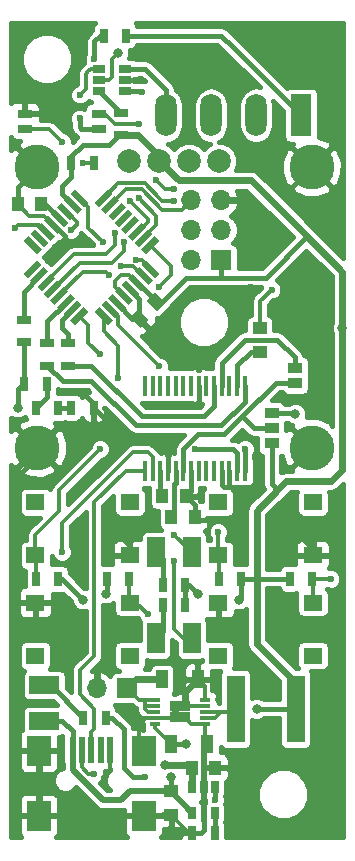
<source format=gbr>
G04 #@! TF.FileFunction,Copper,L1,Top,Signal*
%FSLAX46Y46*%
G04 Gerber Fmt 4.6, Leading zero omitted, Abs format (unit mm)*
G04 Created by KiCad (PCBNEW 4.0.5) date 03/28/17 16:53:09*
%MOMM*%
%LPD*%
G01*
G04 APERTURE LIST*
%ADD10C,0.100000*%
%ADD11R,1.250000X1.000000*%
%ADD12R,1.000000X1.250000*%
%ADD13R,1.000000X1.600000*%
%ADD14R,2.600000X1.500000*%
%ADD15R,1.500000X2.600000*%
%ADD16R,1.270000X0.970000*%
%ADD17R,1.600000X5.700000*%
%ADD18R,0.500000X2.300000*%
%ADD19R,2.000000X2.500000*%
%ADD20R,1.700000X1.700000*%
%ADD21O,1.700000X1.700000*%
%ADD22R,0.700000X1.300000*%
%ADD23R,1.300000X0.700000*%
%ADD24R,0.650000X1.060000*%
%ADD25R,0.450000X1.750000*%
%ADD26R,0.890000X0.305000*%
%ADD27R,0.840000X0.940000*%
%ADD28R,1.060000X0.650000*%
%ADD29R,1.300000X0.800000*%
%ADD30C,2.000000*%
%ADD31C,3.800000*%
%ADD32R,1.600000X1.400000*%
%ADD33R,1.800000X3.600000*%
%ADD34O,1.800000X3.600000*%
%ADD35C,0.800000*%
%ADD36C,0.600000*%
%ADD37C,0.400000*%
%ADD38C,0.500000*%
%ADD39C,0.300000*%
%ADD40C,0.600000*%
G04 APERTURE END LIST*
D10*
D11*
X139000000Y-116250000D03*
X139000000Y-118250000D03*
D12*
X138250000Y-91250000D03*
X140250000Y-91250000D03*
X139000000Y-93000000D03*
X141000000Y-93000000D03*
X140750000Y-114250000D03*
X142750000Y-114250000D03*
D11*
X146500000Y-77000000D03*
X146500000Y-79000000D03*
D13*
X138250000Y-106750000D03*
X141250000Y-106750000D03*
D10*
G36*
X136381281Y-77002602D02*
X135497398Y-76118719D01*
X136204505Y-75411612D01*
X137088388Y-76295495D01*
X136381281Y-77002602D01*
X136381281Y-77002602D01*
G37*
G36*
X137795495Y-75588388D02*
X136911612Y-74704505D01*
X137618719Y-73997398D01*
X138502602Y-74881281D01*
X137795495Y-75588388D01*
X137795495Y-75588388D01*
G37*
D12*
X128000000Y-66500000D03*
X126000000Y-66500000D03*
D13*
X139000000Y-112250000D03*
X142000000Y-112250000D03*
D14*
X128250000Y-107250000D03*
X128250000Y-110250000D03*
D15*
X140750000Y-103250000D03*
X137750000Y-103250000D03*
X140750000Y-96000000D03*
X137750000Y-96000000D03*
D16*
X147500000Y-86770000D03*
X147500000Y-85500000D03*
X147500000Y-84230000D03*
X149500000Y-81640000D03*
X149500000Y-80360000D03*
D17*
X144460000Y-109250000D03*
X149540000Y-109250000D03*
D18*
X130650000Y-112700000D03*
X131450000Y-112700000D03*
X132250000Y-112700000D03*
X133050000Y-112700000D03*
X133850000Y-112700000D03*
D19*
X127800000Y-112800000D03*
X127800000Y-118300000D03*
X136700000Y-112800000D03*
X136700000Y-118300000D03*
D20*
X135250000Y-107500000D03*
D21*
X132710000Y-107500000D03*
D22*
X133450000Y-110000000D03*
X131550000Y-110000000D03*
X140800000Y-119750000D03*
X142700000Y-119750000D03*
X127550000Y-98250000D03*
X129450000Y-98250000D03*
X143050000Y-98250000D03*
X144950000Y-98250000D03*
X135450000Y-98250000D03*
X133550000Y-98250000D03*
X150950000Y-98250000D03*
X149050000Y-98250000D03*
D23*
X130250000Y-80200000D03*
X130250000Y-78300000D03*
X128500000Y-80200000D03*
X128500000Y-78300000D03*
D22*
X126550000Y-81750000D03*
X128450000Y-81750000D03*
X127550000Y-83750000D03*
X129450000Y-83750000D03*
X130550000Y-83750000D03*
X132450000Y-83750000D03*
D23*
X126500000Y-78200000D03*
X126500000Y-76300000D03*
D24*
X142700000Y-115900000D03*
X141750000Y-115900000D03*
X140800000Y-115900000D03*
X140800000Y-118100000D03*
X142700000Y-118100000D03*
D25*
X145225000Y-81900000D03*
X144575000Y-81900000D03*
X143925000Y-81900000D03*
X143275000Y-81900000D03*
X142625000Y-81900000D03*
X141975000Y-81900000D03*
X141325000Y-81900000D03*
X140675000Y-81900000D03*
X140025000Y-81900000D03*
X139375000Y-81900000D03*
X138725000Y-81900000D03*
X138075000Y-81900000D03*
X137425000Y-81900000D03*
X136775000Y-81900000D03*
X136775000Y-89100000D03*
X137425000Y-89100000D03*
X138075000Y-89100000D03*
X138725000Y-89100000D03*
X139375000Y-89100000D03*
X140025000Y-89100000D03*
X140675000Y-89100000D03*
X141325000Y-89100000D03*
X141975000Y-89100000D03*
X142625000Y-89100000D03*
X143275000Y-89100000D03*
X143925000Y-89100000D03*
X144575000Y-89100000D03*
X145225000Y-89100000D03*
D26*
X137645000Y-108500000D03*
X137645000Y-109000000D03*
X137645000Y-109500000D03*
X137645000Y-110000000D03*
X137645000Y-110500000D03*
X141855000Y-110500000D03*
X141855000Y-110000000D03*
X141855000Y-109500000D03*
X141855000Y-109000000D03*
X141855000Y-108500000D03*
D27*
X140170000Y-109970000D03*
X140170000Y-109030000D03*
X139330000Y-109970000D03*
X139330000Y-109030000D03*
D10*
G36*
X134035445Y-76356334D02*
X133646536Y-76745243D01*
X132515165Y-75613872D01*
X132904074Y-75224963D01*
X134035445Y-76356334D01*
X134035445Y-76356334D01*
G37*
G36*
X134601130Y-75790648D02*
X134212221Y-76179557D01*
X133080850Y-75048186D01*
X133469759Y-74659277D01*
X134601130Y-75790648D01*
X134601130Y-75790648D01*
G37*
G36*
X135166816Y-75224963D02*
X134777907Y-75613872D01*
X133646536Y-74482501D01*
X134035445Y-74093592D01*
X135166816Y-75224963D01*
X135166816Y-75224963D01*
G37*
G36*
X135732501Y-74659278D02*
X135343592Y-75048187D01*
X134212221Y-73916816D01*
X134601130Y-73527907D01*
X135732501Y-74659278D01*
X135732501Y-74659278D01*
G37*
G36*
X136298187Y-74093592D02*
X135909278Y-74482501D01*
X134777907Y-73351130D01*
X135166816Y-72962221D01*
X136298187Y-74093592D01*
X136298187Y-74093592D01*
G37*
G36*
X136863872Y-73527907D02*
X136474963Y-73916816D01*
X135343592Y-72785445D01*
X135732501Y-72396536D01*
X136863872Y-73527907D01*
X136863872Y-73527907D01*
G37*
G36*
X137429557Y-72962221D02*
X137040648Y-73351130D01*
X135909277Y-72219759D01*
X136298186Y-71830850D01*
X137429557Y-72962221D01*
X137429557Y-72962221D01*
G37*
G36*
X137995243Y-72396536D02*
X137606334Y-72785445D01*
X136474963Y-71654074D01*
X136863872Y-71265165D01*
X137995243Y-72396536D01*
X137995243Y-72396536D01*
G37*
G36*
X137606334Y-69214555D02*
X137995243Y-69603464D01*
X136863872Y-70734835D01*
X136474963Y-70345926D01*
X137606334Y-69214555D01*
X137606334Y-69214555D01*
G37*
G36*
X137040648Y-68648870D02*
X137429557Y-69037779D01*
X136298186Y-70169150D01*
X135909277Y-69780241D01*
X137040648Y-68648870D01*
X137040648Y-68648870D01*
G37*
G36*
X136474963Y-68083184D02*
X136863872Y-68472093D01*
X135732501Y-69603464D01*
X135343592Y-69214555D01*
X136474963Y-68083184D01*
X136474963Y-68083184D01*
G37*
G36*
X135909278Y-67517499D02*
X136298187Y-67906408D01*
X135166816Y-69037779D01*
X134777907Y-68648870D01*
X135909278Y-67517499D01*
X135909278Y-67517499D01*
G37*
G36*
X135343592Y-66951813D02*
X135732501Y-67340722D01*
X134601130Y-68472093D01*
X134212221Y-68083184D01*
X135343592Y-66951813D01*
X135343592Y-66951813D01*
G37*
G36*
X134777907Y-66386128D02*
X135166816Y-66775037D01*
X134035445Y-67906408D01*
X133646536Y-67517499D01*
X134777907Y-66386128D01*
X134777907Y-66386128D01*
G37*
G36*
X134212221Y-65820443D02*
X134601130Y-66209352D01*
X133469759Y-67340723D01*
X133080850Y-66951814D01*
X134212221Y-65820443D01*
X134212221Y-65820443D01*
G37*
G36*
X133646536Y-65254757D02*
X134035445Y-65643666D01*
X132904074Y-66775037D01*
X132515165Y-66386128D01*
X133646536Y-65254757D01*
X133646536Y-65254757D01*
G37*
G36*
X131984835Y-66386128D02*
X131595926Y-66775037D01*
X130464555Y-65643666D01*
X130853464Y-65254757D01*
X131984835Y-66386128D01*
X131984835Y-66386128D01*
G37*
G36*
X131419150Y-66951814D02*
X131030241Y-67340723D01*
X129898870Y-66209352D01*
X130287779Y-65820443D01*
X131419150Y-66951814D01*
X131419150Y-66951814D01*
G37*
G36*
X130853464Y-67517499D02*
X130464555Y-67906408D01*
X129333184Y-66775037D01*
X129722093Y-66386128D01*
X130853464Y-67517499D01*
X130853464Y-67517499D01*
G37*
G36*
X130287779Y-68083184D02*
X129898870Y-68472093D01*
X128767499Y-67340722D01*
X129156408Y-66951813D01*
X130287779Y-68083184D01*
X130287779Y-68083184D01*
G37*
G36*
X129722093Y-68648870D02*
X129333184Y-69037779D01*
X128201813Y-67906408D01*
X128590722Y-67517499D01*
X129722093Y-68648870D01*
X129722093Y-68648870D01*
G37*
G36*
X129156408Y-69214555D02*
X128767499Y-69603464D01*
X127636128Y-68472093D01*
X128025037Y-68083184D01*
X129156408Y-69214555D01*
X129156408Y-69214555D01*
G37*
G36*
X128590723Y-69780241D02*
X128201814Y-70169150D01*
X127070443Y-69037779D01*
X127459352Y-68648870D01*
X128590723Y-69780241D01*
X128590723Y-69780241D01*
G37*
G36*
X128025037Y-70345926D02*
X127636128Y-70734835D01*
X126504757Y-69603464D01*
X126893666Y-69214555D01*
X128025037Y-70345926D01*
X128025037Y-70345926D01*
G37*
G36*
X127636128Y-71265165D02*
X128025037Y-71654074D01*
X126893666Y-72785445D01*
X126504757Y-72396536D01*
X127636128Y-71265165D01*
X127636128Y-71265165D01*
G37*
G36*
X128201814Y-71830850D02*
X128590723Y-72219759D01*
X127459352Y-73351130D01*
X127070443Y-72962221D01*
X128201814Y-71830850D01*
X128201814Y-71830850D01*
G37*
G36*
X128767499Y-72396536D02*
X129156408Y-72785445D01*
X128025037Y-73916816D01*
X127636128Y-73527907D01*
X128767499Y-72396536D01*
X128767499Y-72396536D01*
G37*
G36*
X129333184Y-72962221D02*
X129722093Y-73351130D01*
X128590722Y-74482501D01*
X128201813Y-74093592D01*
X129333184Y-72962221D01*
X129333184Y-72962221D01*
G37*
G36*
X129898870Y-73527907D02*
X130287779Y-73916816D01*
X129156408Y-75048187D01*
X128767499Y-74659278D01*
X129898870Y-73527907D01*
X129898870Y-73527907D01*
G37*
G36*
X130464555Y-74093592D02*
X130853464Y-74482501D01*
X129722093Y-75613872D01*
X129333184Y-75224963D01*
X130464555Y-74093592D01*
X130464555Y-74093592D01*
G37*
G36*
X131030241Y-74659277D02*
X131419150Y-75048186D01*
X130287779Y-76179557D01*
X129898870Y-75790648D01*
X131030241Y-74659277D01*
X131030241Y-74659277D01*
G37*
G36*
X131595926Y-75224963D02*
X131984835Y-75613872D01*
X130853464Y-76745243D01*
X130464555Y-76356334D01*
X131595926Y-75224963D01*
X131595926Y-75224963D01*
G37*
D22*
X138300000Y-98750000D03*
X140200000Y-98750000D03*
X138300000Y-100500000D03*
X140200000Y-100500000D03*
D20*
X143250000Y-71250000D03*
D21*
X140710000Y-71250000D03*
X143250000Y-68710000D03*
X140710000Y-68710000D03*
X143250000Y-66170000D03*
X140710000Y-66170000D03*
D23*
X134750000Y-60700000D03*
X134750000Y-58800000D03*
D22*
X130550000Y-63000000D03*
X132450000Y-63000000D03*
X133300000Y-52250000D03*
X135200000Y-52250000D03*
D28*
X132900000Y-55050000D03*
X132900000Y-56000000D03*
X132900000Y-56950000D03*
X135100000Y-56950000D03*
X135100000Y-55050000D03*
X135100000Y-56000000D03*
D29*
X132900000Y-60140000D03*
X132900000Y-58860000D03*
X126600000Y-58860000D03*
X126600000Y-60140000D03*
D30*
X143060000Y-62850000D03*
X140520000Y-62850000D03*
X137980000Y-62850000D03*
X135440000Y-62850000D03*
D31*
X150900000Y-63400000D03*
X127650000Y-63400000D03*
X127650000Y-87150000D03*
X150900000Y-87150000D03*
D32*
X135500000Y-91750000D03*
X127500000Y-91750000D03*
X135500000Y-96250000D03*
X127500000Y-96250000D03*
X151000000Y-91750000D03*
X143000000Y-91750000D03*
X151000000Y-96250000D03*
X143000000Y-96250000D03*
X127500000Y-104750000D03*
X135500000Y-104750000D03*
X127500000Y-100250000D03*
X135500000Y-100250000D03*
X143000000Y-104750000D03*
X151000000Y-104750000D03*
X143000000Y-100250000D03*
X151000000Y-100250000D03*
D33*
X150000000Y-59000000D03*
D34*
X146190000Y-59000000D03*
X142380000Y-59000000D03*
X138570000Y-59000000D03*
D35*
X149500000Y-84250000D03*
X139000000Y-115000000D03*
D36*
X139500000Y-79000000D03*
X152000000Y-79250000D03*
X151250000Y-83750000D03*
X150250000Y-72250000D03*
X147500000Y-69750000D03*
X145500000Y-71750000D03*
X144250000Y-74500000D03*
X145750000Y-73500000D03*
X146500000Y-89500000D03*
X147250000Y-93750000D03*
X128750000Y-59000000D03*
X130000000Y-70250000D03*
X131500000Y-82500000D03*
X137000000Y-77750000D03*
X139250000Y-83500000D03*
X141250000Y-83500000D03*
X144750000Y-96000000D03*
X134000000Y-94000000D03*
X131500000Y-93250000D03*
X131500000Y-97000000D03*
X130500000Y-101000000D03*
X126000000Y-94000000D03*
X127800000Y-115500000D03*
X127500000Y-102750000D03*
X149000000Y-101000000D03*
X152500000Y-103000000D03*
X144250000Y-115250000D03*
X144250000Y-119000000D03*
X149000000Y-93750000D03*
X143000000Y-102750000D03*
X142750000Y-106750000D03*
X136500000Y-56000000D03*
X133250000Y-118250000D03*
X133250000Y-115500000D03*
D35*
X126000000Y-83750000D03*
X138500000Y-114000000D03*
D36*
X147500000Y-73750000D03*
X133750000Y-72500000D03*
D35*
X133500000Y-99500000D03*
X144750000Y-100000000D03*
X131500000Y-100000000D03*
X141250000Y-99500000D03*
X153500000Y-77000000D03*
X134500000Y-53750000D03*
X140250000Y-112250000D03*
X146250000Y-109250000D03*
D36*
X134750000Y-71750000D03*
X136000000Y-71250000D03*
X125750000Y-68500000D03*
X139250000Y-96750000D03*
X130500000Y-68750000D03*
X139250000Y-94500000D03*
X129750000Y-96000000D03*
X132500000Y-114750000D03*
X136250000Y-59750000D03*
X152500000Y-98250000D03*
X138000000Y-73500000D03*
X138000000Y-80250000D03*
X137000000Y-101250000D03*
X134500000Y-81250000D03*
X143000000Y-94250000D03*
X133000000Y-87250000D03*
X133000000Y-79250000D03*
X136750000Y-115000000D03*
X142750000Y-117000000D03*
X141000000Y-87250000D03*
X145250000Y-87250000D03*
X136500000Y-57000000D03*
X136250000Y-66000000D03*
X131500000Y-63000000D03*
X129750000Y-61250000D03*
X131250000Y-59250000D03*
X132500000Y-54250000D03*
X131250000Y-57250000D03*
X135500000Y-66250000D03*
X133250000Y-69750000D03*
X139250000Y-66250000D03*
X135000000Y-69750000D03*
X139250000Y-65250000D03*
X137750000Y-64500000D03*
X134250000Y-69000000D03*
D37*
X130650000Y-112700000D02*
X130650000Y-111150000D01*
X129750000Y-110250000D02*
X128250000Y-110250000D01*
X130650000Y-111150000D02*
X129750000Y-110250000D01*
X139000000Y-116250000D02*
X139000000Y-115000000D01*
X149480000Y-84230000D02*
X147500000Y-84230000D01*
X149500000Y-84250000D02*
X149480000Y-84230000D01*
D38*
X130650000Y-112700000D02*
X130650000Y-114400000D01*
X135500000Y-116250000D02*
X138950000Y-116250000D01*
X134750000Y-117000000D02*
X135500000Y-116250000D01*
X133250000Y-117000000D02*
X134750000Y-117000000D01*
X130650000Y-114400000D02*
X133250000Y-117000000D01*
X138950000Y-116250000D02*
X140800000Y-118100000D01*
D37*
X152000000Y-80500000D02*
X152000000Y-79250000D01*
D38*
X151250000Y-83750000D02*
X152000000Y-83000000D01*
X152000000Y-83000000D02*
X152000000Y-80500000D01*
X152000000Y-80500000D02*
X152000000Y-74000000D01*
X152000000Y-74000000D02*
X150250000Y-72250000D01*
X147500000Y-69750000D02*
X145500000Y-71750000D01*
X144750000Y-74500000D02*
X144250000Y-74500000D01*
X145750000Y-73500000D02*
X144750000Y-74500000D01*
D37*
X144000000Y-90500000D02*
X145500000Y-90500000D01*
X145500000Y-90500000D02*
X146000000Y-90500000D01*
X146000000Y-90500000D02*
X146500000Y-90000000D01*
X146500000Y-90000000D02*
X146500000Y-89500000D01*
X147250000Y-93750000D02*
X149000000Y-93750000D01*
X143925000Y-89100000D02*
X143925000Y-90500000D01*
X143925000Y-90500000D02*
X144000000Y-90500000D01*
X143275000Y-89100000D02*
X143275000Y-90275000D01*
X143500000Y-90500000D02*
X144000000Y-90500000D01*
X143275000Y-90275000D02*
X143500000Y-90500000D01*
X128610000Y-58860000D02*
X126600000Y-58860000D01*
X128750000Y-59000000D02*
X128610000Y-58860000D01*
X126000000Y-66500000D02*
X126000000Y-65050000D01*
X126000000Y-65050000D02*
X127650000Y-63400000D01*
D39*
X128961953Y-68277639D02*
X128961953Y-68211953D01*
X128961953Y-68211953D02*
X128250000Y-67500000D01*
X127000000Y-67500000D02*
X126000000Y-66500000D01*
X128250000Y-67500000D02*
X127000000Y-67500000D01*
D37*
X128961953Y-68277639D02*
X129027639Y-68277639D01*
X129027639Y-68277639D02*
X130000000Y-69250000D01*
X130000000Y-69250000D02*
X130000000Y-70250000D01*
X138725000Y-89100000D02*
X138725000Y-87225000D01*
X134950000Y-86250000D02*
X132450000Y-83750000D01*
X137750000Y-86250000D02*
X134950000Y-86250000D01*
X138725000Y-87225000D02*
X137750000Y-86250000D01*
X132450000Y-83750000D02*
X132450000Y-83450000D01*
X132450000Y-83450000D02*
X131500000Y-82500000D01*
X141325000Y-81900000D02*
X141325000Y-83425000D01*
X141325000Y-83425000D02*
X141250000Y-83500000D01*
X134406676Y-74853732D02*
X134406676Y-74906676D01*
X134406676Y-74906676D02*
X135707107Y-76207107D01*
X135707107Y-76207107D02*
X136292893Y-76207107D01*
X136292893Y-76207107D02*
X137000000Y-76914214D01*
X137000000Y-76914214D02*
X137000000Y-77750000D01*
X139250000Y-83500000D02*
X141250000Y-83500000D01*
X135538047Y-73722361D02*
X135538047Y-73788047D01*
X135538047Y-73788047D02*
X136292893Y-74542893D01*
X136292893Y-74542893D02*
X136292893Y-76207107D01*
X140675000Y-89100000D02*
X140675000Y-90825000D01*
X140675000Y-90825000D02*
X140250000Y-91250000D01*
X144250000Y-93250000D02*
X141250000Y-93250000D01*
X144750000Y-93750000D02*
X144250000Y-93250000D01*
X144750000Y-96000000D02*
X144750000Y-93750000D01*
X141250000Y-93250000D02*
X141000000Y-93000000D01*
X141000000Y-93000000D02*
X141000000Y-92000000D01*
X141000000Y-92000000D02*
X140250000Y-91250000D01*
X127500000Y-102750000D02*
X128750000Y-102750000D01*
X135500000Y-95500000D02*
X135500000Y-96250000D01*
X134000000Y-94000000D02*
X135500000Y-95500000D01*
X131500000Y-97000000D02*
X131500000Y-93250000D01*
X128750000Y-102750000D02*
X130500000Y-101000000D01*
X126000000Y-89500000D02*
X127650000Y-87850000D01*
X126000000Y-94000000D02*
X126000000Y-89500000D01*
X127650000Y-87850000D02*
X127650000Y-87150000D01*
X127500000Y-100250000D02*
X127500000Y-102750000D01*
X149000000Y-101000000D02*
X150500000Y-102500000D01*
X150500000Y-102500000D02*
X152000000Y-102500000D01*
X152000000Y-102500000D02*
X152500000Y-103000000D01*
X144250000Y-115250000D02*
X144250000Y-119000000D01*
X151000000Y-96250000D02*
X151000000Y-95750000D01*
X151000000Y-95750000D02*
X149000000Y-93750000D01*
X141250000Y-106750000D02*
X142750000Y-106750000D01*
X143000000Y-102750000D02*
X143000000Y-100250000D01*
X135100000Y-56000000D02*
X136500000Y-56000000D01*
D40*
X127800000Y-112800000D02*
X127800000Y-115500000D01*
X127800000Y-115500000D02*
X127800000Y-118300000D01*
D37*
X141750000Y-115900000D02*
X141750000Y-119500000D01*
X141500000Y-119750000D02*
X140800000Y-119750000D01*
X141750000Y-119500000D02*
X141500000Y-119750000D01*
D39*
X141855000Y-110500000D02*
X141855000Y-112105000D01*
X141855000Y-112105000D02*
X142000000Y-112250000D01*
D38*
X142750000Y-114250000D02*
X141750000Y-114250000D01*
X141750000Y-115900000D02*
X141750000Y-114250000D01*
X141750000Y-114250000D02*
X141750000Y-112500000D01*
X141750000Y-112500000D02*
X142000000Y-112250000D01*
D39*
X140800000Y-119750000D02*
X140500000Y-119750000D01*
X140500000Y-119750000D02*
X139000000Y-118250000D01*
X136700000Y-118300000D02*
X138950000Y-118300000D01*
X138950000Y-118300000D02*
X139000000Y-118250000D01*
X136700000Y-118300000D02*
X133300000Y-118300000D01*
X133300000Y-118300000D02*
X133250000Y-118250000D01*
X133850000Y-112700000D02*
X133850000Y-114400000D01*
X133200000Y-118300000D02*
X127800000Y-118300000D01*
X133250000Y-118250000D02*
X133200000Y-118300000D01*
X133250000Y-115000000D02*
X133250000Y-115500000D01*
X133850000Y-114400000D02*
X133250000Y-115000000D01*
X137645000Y-110000000D02*
X136750000Y-110000000D01*
X136250000Y-110500000D02*
X136250000Y-112350000D01*
X136750000Y-110000000D02*
X136250000Y-110500000D01*
X136250000Y-112350000D02*
X136700000Y-112800000D01*
X137645000Y-110000000D02*
X139300000Y-110000000D01*
X139300000Y-110000000D02*
X139330000Y-109970000D01*
X141855000Y-110500000D02*
X140700000Y-110500000D01*
X140700000Y-110500000D02*
X140170000Y-109970000D01*
X141855000Y-108500000D02*
X141855000Y-107355000D01*
X141855000Y-107355000D02*
X141250000Y-106750000D01*
X141855000Y-109000000D02*
X140200000Y-109000000D01*
X140200000Y-109000000D02*
X140170000Y-109030000D01*
D40*
X140170000Y-109030000D02*
X140170000Y-107830000D01*
X140170000Y-107830000D02*
X141250000Y-106750000D01*
X139330000Y-109030000D02*
X140170000Y-109030000D01*
X139330000Y-109030000D02*
X139330000Y-109970000D01*
X140170000Y-109970000D02*
X139330000Y-109970000D01*
D37*
X138075000Y-89100000D02*
X138075000Y-91075000D01*
X138075000Y-91075000D02*
X138250000Y-91250000D01*
X139375000Y-89100000D02*
X139375000Y-90125000D01*
X139250000Y-90250000D02*
X139250000Y-92750000D01*
X139375000Y-90125000D02*
X139250000Y-90250000D01*
X139250000Y-92750000D02*
X139000000Y-93000000D01*
X126000000Y-82200000D02*
X126000000Y-83750000D01*
X126500000Y-81700000D02*
X126000000Y-82200000D01*
X126500000Y-78200000D02*
X126500000Y-81700000D01*
D40*
X138250000Y-106750000D02*
X136000000Y-106750000D01*
X136000000Y-106750000D02*
X135250000Y-107500000D01*
D39*
X137645000Y-109000000D02*
X136750000Y-109000000D01*
X137645000Y-109500000D02*
X137000000Y-109500000D01*
X136750000Y-109250000D02*
X136750000Y-109000000D01*
X136750000Y-109000000D02*
X136750000Y-108500000D01*
X137000000Y-109500000D02*
X136750000Y-109250000D01*
X137645000Y-108500000D02*
X136750000Y-108500000D01*
X136750000Y-108500000D02*
X136250000Y-108500000D01*
X136250000Y-108500000D02*
X135250000Y-107500000D01*
D40*
X140800000Y-115900000D02*
X140800000Y-114300000D01*
X140800000Y-114300000D02*
X140500000Y-114000000D01*
X140500000Y-114000000D02*
X138500000Y-114000000D01*
D37*
X140800000Y-114300000D02*
X140750000Y-114250000D01*
D39*
X146500000Y-77000000D02*
X146500000Y-74750000D01*
X146500000Y-74750000D02*
X147500000Y-73750000D01*
X129527639Y-74288047D02*
X129527639Y-74222361D01*
X129527639Y-74222361D02*
X131500000Y-72250000D01*
X131500000Y-72250000D02*
X133500000Y-72250000D01*
X133500000Y-72250000D02*
X133750000Y-72500000D01*
D37*
X144575000Y-81900000D02*
X144575000Y-80175000D01*
X145750000Y-79000000D02*
X146500000Y-79000000D01*
X144575000Y-80175000D02*
X145750000Y-79000000D01*
D40*
X146250000Y-98250000D02*
X146250000Y-92500000D01*
X146250000Y-92500000D02*
X148000000Y-90750000D01*
X146250000Y-103750000D02*
X146250000Y-98250000D01*
D37*
X144950000Y-98250000D02*
X146250000Y-98250000D01*
X146250000Y-98250000D02*
X149050000Y-98250000D01*
D38*
X149540000Y-109250000D02*
X149540000Y-107040000D01*
X149540000Y-107040000D02*
X146250000Y-103750000D01*
D37*
X149540000Y-109250000D02*
X146250000Y-109250000D01*
X137707107Y-74792893D02*
X138207107Y-74792893D01*
X138207107Y-74792893D02*
X140250000Y-72750000D01*
X136103732Y-73156676D02*
X136156676Y-73156676D01*
X136156676Y-73156676D02*
X137707107Y-74707107D01*
X137707107Y-74707107D02*
X137707107Y-74792893D01*
X149000000Y-98300000D02*
X149050000Y-98250000D01*
X149050000Y-108760000D02*
X149540000Y-109250000D01*
D40*
X149540000Y-107040000D02*
X146250000Y-103750000D01*
D37*
X133550000Y-98250000D02*
X133550000Y-99450000D01*
X133550000Y-99450000D02*
X133500000Y-99500000D01*
X144950000Y-99800000D02*
X144950000Y-98250000D01*
X144750000Y-100000000D02*
X144950000Y-99800000D01*
X129450000Y-98250000D02*
X129750000Y-98250000D01*
X129750000Y-98250000D02*
X131500000Y-100000000D01*
X141250000Y-99500000D02*
X140500000Y-98750000D01*
X140500000Y-98750000D02*
X140200000Y-98750000D01*
X140200000Y-98750000D02*
X140200000Y-100500000D01*
X143250000Y-71250000D02*
X143250000Y-72750000D01*
X143250000Y-72750000D02*
X143500000Y-72750000D01*
X147000000Y-72750000D02*
X150500000Y-69250000D01*
X140250000Y-72750000D02*
X143500000Y-72750000D01*
X143500000Y-72750000D02*
X147000000Y-72750000D01*
X138207107Y-74792893D02*
X140250000Y-72750000D01*
D39*
X134972361Y-74288047D02*
X134972361Y-74222361D01*
X134972361Y-74222361D02*
X134250000Y-73500000D01*
X134250000Y-73500000D02*
X134250000Y-73000000D01*
X134250000Y-73000000D02*
X134750000Y-72500000D01*
X134750000Y-72500000D02*
X135447056Y-72500000D01*
X135447056Y-72500000D02*
X136103732Y-73156676D01*
D37*
X147500000Y-86770000D02*
X147500000Y-90250000D01*
X147500000Y-90250000D02*
X148000000Y-90750000D01*
D39*
X132900000Y-56000000D02*
X133750000Y-56000000D01*
X134000000Y-54250000D02*
X134500000Y-53750000D01*
X134000000Y-55750000D02*
X134000000Y-54250000D01*
X133750000Y-56000000D02*
X134000000Y-55750000D01*
D37*
X134750000Y-60700000D02*
X134550000Y-60700000D01*
X134550000Y-60700000D02*
X133750000Y-61500000D01*
X131500000Y-61500000D02*
X130550000Y-62450000D01*
X133750000Y-61500000D02*
X131500000Y-61500000D01*
X130550000Y-62450000D02*
X130550000Y-64200000D01*
X130550000Y-64200000D02*
X129750000Y-65000000D01*
X129750000Y-65000000D02*
X129750000Y-65671573D01*
X129750000Y-65671573D02*
X130659010Y-66580583D01*
D40*
X137980000Y-62850000D02*
X137980000Y-62480000D01*
X137980000Y-62480000D02*
X136250000Y-60750000D01*
X136250000Y-60750000D02*
X136200000Y-60700000D01*
X136200000Y-60700000D02*
X134800000Y-60700000D01*
X134800000Y-60700000D02*
X134750000Y-60700000D01*
X149540000Y-107040000D02*
X146250000Y-103750000D01*
X139630000Y-64500000D02*
X137980000Y-62850000D01*
X150500000Y-69250000D02*
X145750000Y-64500000D01*
X145750000Y-64500000D02*
X139630000Y-64500000D01*
X153500000Y-72250000D02*
X150500000Y-69250000D01*
X148000000Y-90750000D02*
X148500000Y-90250000D01*
X153500000Y-89000000D02*
X153500000Y-77000000D01*
X152500000Y-90000000D02*
X153500000Y-89000000D01*
X148750000Y-90000000D02*
X152500000Y-90000000D01*
X148500000Y-90250000D02*
X148750000Y-90000000D01*
X153500000Y-77000000D02*
X153500000Y-72250000D01*
D37*
X140250000Y-112250000D02*
X139000000Y-112250000D01*
D39*
X137645000Y-110500000D02*
X137645000Y-110895000D01*
X137645000Y-110895000D02*
X139000000Y-112250000D01*
D37*
X129527639Y-67711953D02*
X129461953Y-67711953D01*
X129461953Y-67711953D02*
X128292893Y-66542893D01*
X128292893Y-66542893D02*
X127957107Y-66542893D01*
D39*
X136669417Y-72590990D02*
X136590990Y-72590990D01*
X136590990Y-72590990D02*
X135750000Y-71750000D01*
X135750000Y-71750000D02*
X134750000Y-71750000D01*
X136500000Y-71250000D02*
X137235103Y-71985103D01*
X136000000Y-71250000D02*
X136500000Y-71250000D01*
X137235103Y-71985103D02*
X137235103Y-72025305D01*
X137235103Y-72025305D02*
X137235103Y-71985103D01*
D37*
X128250000Y-107250000D02*
X128800000Y-107250000D01*
X128800000Y-107250000D02*
X131550000Y-110000000D01*
D39*
X125750000Y-68500000D02*
X126000000Y-68250000D01*
X127802944Y-68250000D02*
X128396268Y-68843324D01*
X126000000Y-68250000D02*
X127802944Y-68250000D01*
X139250000Y-96750000D02*
X139250000Y-100750000D01*
X139250000Y-100750000D02*
X139250000Y-102500000D01*
X139250000Y-102500000D02*
X140000000Y-103250000D01*
X140000000Y-103250000D02*
X140750000Y-103250000D01*
X128396268Y-68843324D02*
X128343324Y-68843324D01*
X130093324Y-67146268D02*
X130146268Y-67146268D01*
X130146268Y-67146268D02*
X131000000Y-68000000D01*
X131000000Y-68250000D02*
X130500000Y-68750000D01*
X131000000Y-68000000D02*
X131000000Y-68250000D01*
X139250000Y-94500000D02*
X140750000Y-96000000D01*
D37*
X147500000Y-85500000D02*
X146000000Y-85500000D01*
X146000000Y-85500000D02*
X145000000Y-84500000D01*
X149500000Y-81640000D02*
X147860000Y-81640000D01*
X140025000Y-87225000D02*
X140025000Y-89100000D01*
X141250000Y-86000000D02*
X140025000Y-87225000D01*
X143500000Y-86000000D02*
X141250000Y-86000000D01*
X147860000Y-81640000D02*
X145000000Y-84500000D01*
X145000000Y-84500000D02*
X143500000Y-86000000D01*
X143275000Y-81900000D02*
X143275000Y-79975000D01*
X149500000Y-79500000D02*
X149500000Y-80360000D01*
X148000000Y-78000000D02*
X149500000Y-79500000D01*
X145250000Y-78000000D02*
X148000000Y-78000000D01*
X143275000Y-79975000D02*
X145250000Y-78000000D01*
D39*
X141855000Y-110000000D02*
X142750000Y-110000000D01*
X142750000Y-110000000D02*
X143250000Y-109500000D01*
X141855000Y-109500000D02*
X143250000Y-109500000D01*
X143250000Y-109500000D02*
X144210000Y-109500000D01*
X144210000Y-109500000D02*
X144460000Y-109250000D01*
X129750000Y-96000000D02*
X129750000Y-93500000D01*
X131450000Y-112700000D02*
X131450000Y-114200000D01*
X137425000Y-87925000D02*
X137425000Y-89100000D01*
X137000000Y-87500000D02*
X137425000Y-87925000D01*
X135750000Y-87500000D02*
X137000000Y-87500000D01*
X132000000Y-114750000D02*
X132500000Y-114750000D01*
X131450000Y-114200000D02*
X132000000Y-114750000D01*
X129750000Y-93500000D02*
X135750000Y-87500000D01*
X131250000Y-108000000D02*
X131250000Y-106000000D01*
X132250000Y-111250000D02*
X132500000Y-111000000D01*
X132500000Y-111000000D02*
X132500000Y-109250000D01*
X132500000Y-109250000D02*
X131250000Y-108000000D01*
X136775000Y-89100000D02*
X135150000Y-89100000D01*
X132250000Y-111250000D02*
X132250000Y-112700000D01*
X132500000Y-91750000D02*
X135150000Y-89100000D01*
X132500000Y-104750000D02*
X132500000Y-91750000D01*
X131250000Y-106000000D02*
X132500000Y-104750000D01*
D37*
X135200000Y-52250000D02*
X143250000Y-52250000D01*
X143250000Y-52250000D02*
X144250000Y-53250000D01*
X144250000Y-53250000D02*
X150000000Y-59000000D01*
D39*
X132900000Y-58860000D02*
X133360000Y-58860000D01*
X133360000Y-58860000D02*
X134250000Y-59750000D01*
X134250000Y-59750000D02*
X136250000Y-59750000D01*
X151000000Y-100250000D02*
X151000000Y-98300000D01*
X151000000Y-98300000D02*
X150950000Y-98250000D01*
X139000000Y-72500000D02*
X138000000Y-73500000D01*
X139000000Y-71750000D02*
X139000000Y-72500000D01*
X137235103Y-69985103D02*
X139000000Y-71750000D01*
X152500000Y-98250000D02*
X150950000Y-98250000D01*
X137235103Y-69974695D02*
X137235103Y-69985103D01*
X135450000Y-98250000D02*
X135450000Y-100200000D01*
X135450000Y-100200000D02*
X135500000Y-100250000D01*
X134500000Y-76750000D02*
X138000000Y-80250000D01*
X134500000Y-76000000D02*
X134500000Y-76750000D01*
X133919417Y-75419417D02*
X134500000Y-76000000D01*
X137000000Y-101250000D02*
X136000000Y-100250000D01*
X136000000Y-100250000D02*
X135500000Y-100250000D01*
X133840990Y-75419417D02*
X133919417Y-75419417D01*
X133275305Y-75985103D02*
X133275305Y-77275305D01*
X134500000Y-78500000D02*
X134500000Y-80000000D01*
X133275305Y-77275305D02*
X134500000Y-78500000D01*
X134500000Y-80000000D02*
X134500000Y-81250000D01*
X143000000Y-94250000D02*
X143000000Y-96250000D01*
X143000000Y-96250000D02*
X143050000Y-96300000D01*
X143050000Y-96300000D02*
X143050000Y-98250000D01*
X127550000Y-98250000D02*
X127550000Y-96300000D01*
X127550000Y-96300000D02*
X127500000Y-96250000D01*
X129500000Y-90750000D02*
X129500000Y-92500000D01*
X133000000Y-87250000D02*
X129500000Y-90750000D01*
X132000000Y-78250000D02*
X133000000Y-79250000D01*
X132000000Y-76750000D02*
X132000000Y-78250000D01*
X131235103Y-75985103D02*
X132000000Y-76750000D01*
X127500000Y-94500000D02*
X127500000Y-96250000D01*
X129500000Y-92500000D02*
X127500000Y-94500000D01*
X131224695Y-75985103D02*
X131235103Y-75985103D01*
D37*
X142750000Y-115950000D02*
X142750000Y-117000000D01*
X134000000Y-110000000D02*
X135000000Y-111000000D01*
X135000000Y-111000000D02*
X135000000Y-114250000D01*
X135000000Y-114250000D02*
X135750000Y-115000000D01*
X135750000Y-115000000D02*
X136750000Y-115000000D01*
X134000000Y-110000000D02*
X133450000Y-110000000D01*
X142750000Y-115950000D02*
X142700000Y-115900000D01*
X142700000Y-118100000D02*
X142700000Y-119750000D01*
X142625000Y-81900000D02*
X142625000Y-83625000D01*
X132200000Y-80200000D02*
X130250000Y-80200000D01*
X136500000Y-84500000D02*
X132200000Y-80200000D01*
X141750000Y-84500000D02*
X136500000Y-84500000D01*
X142625000Y-83625000D02*
X141750000Y-84500000D01*
X130250000Y-78300000D02*
X130250000Y-77500000D01*
X129750000Y-76328427D02*
X130659010Y-75419417D01*
X129750000Y-77000000D02*
X129750000Y-76328427D01*
X130250000Y-77500000D02*
X129750000Y-77000000D01*
X145225000Y-81900000D02*
X145225000Y-83275000D01*
X129800000Y-81500000D02*
X128500000Y-80200000D01*
X132250000Y-81500000D02*
X129800000Y-81500000D01*
X136000000Y-85250000D02*
X132250000Y-81500000D01*
X143250000Y-85250000D02*
X136000000Y-85250000D01*
X145225000Y-83275000D02*
X143250000Y-85250000D01*
X128500000Y-78300000D02*
X128500000Y-76447056D01*
X128500000Y-76447056D02*
X130093324Y-74853732D01*
X128450000Y-81750000D02*
X128450000Y-82850000D01*
X128450000Y-82850000D02*
X127550000Y-83750000D01*
X129450000Y-83750000D02*
X130550000Y-83750000D01*
X126500000Y-76300000D02*
X126500000Y-73921573D01*
X126500000Y-73921573D02*
X127830583Y-72590990D01*
X144575000Y-87575000D02*
X144575000Y-89100000D01*
X144250000Y-87250000D02*
X144575000Y-87575000D01*
X141000000Y-87250000D02*
X144250000Y-87250000D01*
X145225000Y-89100000D02*
X145225000Y-87275000D01*
X145225000Y-87275000D02*
X145250000Y-87250000D01*
X138300000Y-100500000D02*
X138300000Y-102700000D01*
X138300000Y-102700000D02*
X137750000Y-103250000D01*
X138300000Y-98750000D02*
X138300000Y-96550000D01*
X138300000Y-96550000D02*
X137750000Y-96000000D01*
X135100000Y-56950000D02*
X136450000Y-56950000D01*
X136450000Y-56950000D02*
X136500000Y-57000000D01*
X135100000Y-55050000D02*
X136800000Y-55050000D01*
X138570000Y-56820000D02*
X138570000Y-59000000D01*
X136800000Y-55050000D02*
X138570000Y-56820000D01*
X132900000Y-56950000D02*
X134750000Y-58800000D01*
D39*
X136669417Y-69409010D02*
X136669417Y-69330583D01*
X136669417Y-69330583D02*
X137750000Y-68250000D01*
X137750000Y-67500000D02*
X136250000Y-66000000D01*
X137750000Y-68250000D02*
X137750000Y-67500000D01*
X126600000Y-60140000D02*
X128640000Y-60140000D01*
X131500000Y-63000000D02*
X132450000Y-63000000D01*
X128640000Y-60140000D02*
X129750000Y-61250000D01*
D37*
X131250000Y-59250000D02*
X131250000Y-60000000D01*
X131250000Y-60000000D02*
X131390000Y-60140000D01*
X132900000Y-60140000D02*
X131390000Y-60140000D01*
X132500000Y-52750000D02*
X133000000Y-52250000D01*
X132500000Y-54250000D02*
X132500000Y-52750000D01*
X133000000Y-52250000D02*
X133300000Y-52250000D01*
D39*
X131250000Y-57250000D02*
X131750000Y-56750000D01*
X131750000Y-55500000D02*
X132000000Y-55250000D01*
X131750000Y-56750000D02*
X131750000Y-55500000D01*
X136103732Y-68843324D02*
X136156676Y-68843324D01*
X136156676Y-68843324D02*
X137000000Y-68000000D01*
X132200000Y-55050000D02*
X132900000Y-55050000D01*
X132000000Y-55250000D02*
X132200000Y-55050000D01*
X137000000Y-67750000D02*
X135500000Y-66250000D01*
X137000000Y-68000000D02*
X137000000Y-67750000D01*
X132000000Y-66790202D02*
X131224695Y-66014897D01*
X132000000Y-68500000D02*
X132000000Y-66790202D01*
X133250000Y-69750000D02*
X132000000Y-68500000D01*
X136750000Y-64750000D02*
X138000000Y-66000000D01*
X134500000Y-64750000D02*
X133275305Y-65974695D01*
X134500000Y-64750000D02*
X136750000Y-64750000D01*
X138250000Y-66250000D02*
X139250000Y-66250000D01*
X138000000Y-66000000D02*
X138250000Y-66250000D01*
X133275305Y-66014897D02*
X133275305Y-65974695D01*
X135171573Y-65250000D02*
X136500000Y-65250000D01*
X133840990Y-66580583D02*
X135171573Y-65250000D01*
X139880000Y-67000000D02*
X140710000Y-66170000D01*
X138250000Y-67000000D02*
X139880000Y-67000000D01*
X136500000Y-65250000D02*
X138250000Y-67000000D01*
X133250000Y-71500000D02*
X134000000Y-71500000D01*
X131250000Y-71500000D02*
X129027639Y-73722361D01*
X131250000Y-71500000D02*
X133250000Y-71500000D01*
X135000000Y-70500000D02*
X135000000Y-69750000D01*
X134000000Y-71500000D02*
X135000000Y-70500000D01*
X128961953Y-73722361D02*
X129027639Y-73722361D01*
X132500000Y-70750000D02*
X133500000Y-70750000D01*
X138500000Y-65250000D02*
X139250000Y-65250000D01*
X137750000Y-64500000D02*
X138500000Y-65250000D01*
X130750000Y-70750000D02*
X132500000Y-70750000D01*
X130750000Y-70750000D02*
X128396268Y-73103732D01*
X134250000Y-70000000D02*
X134250000Y-69000000D01*
X133500000Y-70750000D02*
X134250000Y-70000000D01*
X128396268Y-73156676D02*
X128396268Y-73103732D01*
D37*
G36*
X132504000Y-83696000D02*
X132524000Y-83696000D01*
X132524000Y-83804000D01*
X132504000Y-83804000D01*
X132504000Y-84931000D01*
X132681000Y-85108000D01*
X132940830Y-85108000D01*
X133201050Y-85000213D01*
X133400213Y-84801050D01*
X133508000Y-84540830D01*
X133508000Y-83981000D01*
X133331002Y-83804002D01*
X133422632Y-83804002D01*
X135434315Y-85815686D01*
X135665262Y-85970000D01*
X135693853Y-85989104D01*
X136000000Y-86050000D01*
X140068630Y-86050000D01*
X139459315Y-86659315D01*
X139285896Y-86918853D01*
X139225000Y-87225000D01*
X139225000Y-87572575D01*
X139090830Y-87517000D01*
X138956000Y-87517000D01*
X138779000Y-87694000D01*
X138779000Y-87750739D01*
X138723442Y-87786490D01*
X138722670Y-87787619D01*
X138671000Y-87752314D01*
X138671000Y-87694000D01*
X138494000Y-87517000D01*
X138359170Y-87517000D01*
X138126812Y-87613246D01*
X138101379Y-87613246D01*
X137955330Y-87394670D01*
X137530330Y-86969670D01*
X137287013Y-86807090D01*
X137000000Y-86750000D01*
X135750000Y-86750000D01*
X135462987Y-86807090D01*
X135219670Y-86969670D01*
X130250000Y-91939340D01*
X130250000Y-91060660D01*
X133160519Y-88150141D01*
X133178236Y-88150156D01*
X133509143Y-88013428D01*
X133762538Y-87760475D01*
X133899843Y-87429806D01*
X133900156Y-87071764D01*
X133763428Y-86740857D01*
X133510475Y-86487462D01*
X133179806Y-86350157D01*
X132821764Y-86349844D01*
X132490857Y-86486572D01*
X132237462Y-86739525D01*
X132100157Y-87070194D01*
X132100140Y-87089200D01*
X128969670Y-90219670D01*
X128807090Y-90462987D01*
X128766517Y-90666965D01*
X128738510Y-90623442D01*
X128538007Y-90486444D01*
X128300000Y-90438246D01*
X126700000Y-90438246D01*
X126477654Y-90480083D01*
X126273442Y-90611490D01*
X126136444Y-90811993D01*
X126088246Y-91050000D01*
X126088246Y-92450000D01*
X126130083Y-92672346D01*
X126261490Y-92876558D01*
X126461993Y-93013556D01*
X126700000Y-93061754D01*
X127877586Y-93061754D01*
X126969670Y-93969670D01*
X126807090Y-94212987D01*
X126750000Y-94500000D01*
X126750000Y-94938246D01*
X126700000Y-94938246D01*
X126477654Y-94980083D01*
X126273442Y-95111490D01*
X126136444Y-95311993D01*
X126088246Y-95550000D01*
X126088246Y-96950000D01*
X126130083Y-97172346D01*
X126261490Y-97376558D01*
X126461993Y-97513556D01*
X126600088Y-97541521D01*
X126588246Y-97600000D01*
X126588246Y-98842000D01*
X126559170Y-98842000D01*
X126298950Y-98949787D01*
X126099787Y-99148950D01*
X125992000Y-99409170D01*
X125992000Y-100019000D01*
X126169000Y-100196000D01*
X127446000Y-100196000D01*
X127446000Y-100176000D01*
X127554000Y-100176000D01*
X127554000Y-100196000D01*
X128831000Y-100196000D01*
X129008000Y-100019000D01*
X129008000Y-99493123D01*
X129100000Y-99511754D01*
X129800000Y-99511754D01*
X129867654Y-99499024D01*
X130499885Y-100131256D01*
X130499827Y-100198040D01*
X130651747Y-100565714D01*
X130932806Y-100847264D01*
X131300215Y-100999826D01*
X131698040Y-101000173D01*
X131750000Y-100978704D01*
X131750000Y-104439340D01*
X130719670Y-105469670D01*
X130557090Y-105712987D01*
X130500000Y-106000000D01*
X130500000Y-107818630D01*
X130161754Y-107480384D01*
X130161754Y-106500000D01*
X130119917Y-106277654D01*
X129988510Y-106073442D01*
X129788007Y-105936444D01*
X129550000Y-105888246D01*
X128726738Y-105888246D01*
X128863556Y-105688007D01*
X128911754Y-105450000D01*
X128911754Y-104050000D01*
X128869917Y-103827654D01*
X128738510Y-103623442D01*
X128538007Y-103486444D01*
X128300000Y-103438246D01*
X126700000Y-103438246D01*
X126477654Y-103480083D01*
X126273442Y-103611490D01*
X126136444Y-103811993D01*
X126088246Y-104050000D01*
X126088246Y-105450000D01*
X126130083Y-105672346D01*
X126261490Y-105876558D01*
X126461993Y-106013556D01*
X126565393Y-106034495D01*
X126523442Y-106061490D01*
X126386444Y-106261993D01*
X126338246Y-106500000D01*
X126338246Y-108000000D01*
X126380083Y-108222346D01*
X126511490Y-108426558D01*
X126711993Y-108563556D01*
X126950000Y-108611754D01*
X129030384Y-108611754D01*
X129306876Y-108888246D01*
X126950000Y-108888246D01*
X126727654Y-108930083D01*
X126523442Y-109061490D01*
X126386444Y-109261993D01*
X126338246Y-109500000D01*
X126338246Y-111000000D01*
X126339907Y-111008830D01*
X126199787Y-111148950D01*
X126092000Y-111409170D01*
X126092000Y-112569000D01*
X126269000Y-112746000D01*
X127746000Y-112746000D01*
X127746000Y-112726000D01*
X127854000Y-112726000D01*
X127854000Y-112746000D01*
X129331000Y-112746000D01*
X129508000Y-112569000D01*
X129508000Y-111611754D01*
X129550000Y-111611754D01*
X129772346Y-111569917D01*
X129788246Y-111559686D01*
X129788246Y-113850000D01*
X129800000Y-113912468D01*
X129800000Y-114267196D01*
X129456000Y-114409334D01*
X129160372Y-114704446D01*
X129000182Y-115090226D01*
X128999818Y-115507942D01*
X129159334Y-115894000D01*
X129454446Y-116189628D01*
X129840226Y-116349818D01*
X130257942Y-116350182D01*
X130644000Y-116190666D01*
X130939628Y-115895554D01*
X130940756Y-115892838D01*
X132648959Y-117601041D01*
X132924719Y-117785298D01*
X133250000Y-117850000D01*
X134750000Y-117850000D01*
X134992000Y-117801864D01*
X134992000Y-118069000D01*
X135169000Y-118246000D01*
X136646000Y-118246000D01*
X136646000Y-118226000D01*
X136754000Y-118226000D01*
X136754000Y-118246000D01*
X138231000Y-118246000D01*
X138281000Y-118196000D01*
X138946000Y-118196000D01*
X138946000Y-118176000D01*
X139054000Y-118176000D01*
X139054000Y-118196000D01*
X139074000Y-118196000D01*
X139074000Y-118304000D01*
X139054000Y-118304000D01*
X139054000Y-119281000D01*
X139231000Y-119458000D01*
X139742000Y-119458000D01*
X139742000Y-119519000D01*
X139919000Y-119696000D01*
X140746000Y-119696000D01*
X140746000Y-119676000D01*
X140854000Y-119676000D01*
X140854000Y-119696000D01*
X140874000Y-119696000D01*
X140874000Y-119804000D01*
X140854000Y-119804000D01*
X140854000Y-119824000D01*
X140746000Y-119824000D01*
X140746000Y-119804000D01*
X139919000Y-119804000D01*
X139742000Y-119981000D01*
X139742000Y-120075000D01*
X138176263Y-120075000D01*
X138300213Y-119951050D01*
X138408000Y-119690830D01*
X138408000Y-119458000D01*
X138769000Y-119458000D01*
X138946000Y-119281000D01*
X138946000Y-118304000D01*
X137844000Y-118304000D01*
X137794000Y-118354000D01*
X136754000Y-118354000D01*
X136754000Y-118374000D01*
X136646000Y-118374000D01*
X136646000Y-118354000D01*
X135169000Y-118354000D01*
X134992000Y-118531000D01*
X134992000Y-119690830D01*
X135099787Y-119951050D01*
X135223737Y-120075000D01*
X129276263Y-120075000D01*
X129400213Y-119951050D01*
X129508000Y-119690830D01*
X129508000Y-118531000D01*
X129331000Y-118354000D01*
X127854000Y-118354000D01*
X127854000Y-118374000D01*
X127746000Y-118374000D01*
X127746000Y-118354000D01*
X126269000Y-118354000D01*
X126092000Y-118531000D01*
X126092000Y-119690830D01*
X126199787Y-119951050D01*
X126323737Y-120075000D01*
X125425000Y-120075000D01*
X125425000Y-116909170D01*
X126092000Y-116909170D01*
X126092000Y-118069000D01*
X126269000Y-118246000D01*
X127746000Y-118246000D01*
X127746000Y-116519000D01*
X127854000Y-116519000D01*
X127854000Y-118246000D01*
X129331000Y-118246000D01*
X129508000Y-118069000D01*
X129508000Y-116909170D01*
X129400213Y-116648950D01*
X129201050Y-116449787D01*
X128940830Y-116342000D01*
X128031000Y-116342000D01*
X127854000Y-116519000D01*
X127746000Y-116519000D01*
X127569000Y-116342000D01*
X126659170Y-116342000D01*
X126398950Y-116449787D01*
X126199787Y-116648950D01*
X126092000Y-116909170D01*
X125425000Y-116909170D01*
X125425000Y-113031000D01*
X126092000Y-113031000D01*
X126092000Y-114190830D01*
X126199787Y-114451050D01*
X126398950Y-114650213D01*
X126659170Y-114758000D01*
X127569000Y-114758000D01*
X127746000Y-114581000D01*
X127746000Y-112854000D01*
X127854000Y-112854000D01*
X127854000Y-114581000D01*
X128031000Y-114758000D01*
X128940830Y-114758000D01*
X129201050Y-114650213D01*
X129400213Y-114451050D01*
X129508000Y-114190830D01*
X129508000Y-113031000D01*
X129331000Y-112854000D01*
X127854000Y-112854000D01*
X127746000Y-112854000D01*
X126269000Y-112854000D01*
X126092000Y-113031000D01*
X125425000Y-113031000D01*
X125425000Y-100481000D01*
X125992000Y-100481000D01*
X125992000Y-101090830D01*
X126099787Y-101351050D01*
X126298950Y-101550213D01*
X126559170Y-101658000D01*
X127269000Y-101658000D01*
X127446000Y-101481000D01*
X127446000Y-100304000D01*
X127554000Y-100304000D01*
X127554000Y-101481000D01*
X127731000Y-101658000D01*
X128440830Y-101658000D01*
X128701050Y-101550213D01*
X128900213Y-101351050D01*
X129008000Y-101090830D01*
X129008000Y-100481000D01*
X128831000Y-100304000D01*
X127554000Y-100304000D01*
X127446000Y-100304000D01*
X126169000Y-100304000D01*
X125992000Y-100481000D01*
X125425000Y-100481000D01*
X125425000Y-88942874D01*
X125933493Y-88942874D01*
X126131033Y-89332549D01*
X127081883Y-89747696D01*
X128119223Y-89767367D01*
X129085129Y-89388568D01*
X129168967Y-89332549D01*
X129366507Y-88942874D01*
X127650000Y-87226368D01*
X125933493Y-88942874D01*
X125425000Y-88942874D01*
X125425000Y-88605435D01*
X125467451Y-88668967D01*
X125857126Y-88866507D01*
X127573632Y-87150000D01*
X127726368Y-87150000D01*
X129442874Y-88866507D01*
X129832549Y-88668967D01*
X130247696Y-87718117D01*
X130267367Y-86680777D01*
X129888568Y-85714871D01*
X129832549Y-85631033D01*
X129442874Y-85433493D01*
X127726368Y-87150000D01*
X127573632Y-87150000D01*
X125857126Y-85433493D01*
X125467451Y-85631033D01*
X125425000Y-85728262D01*
X125425000Y-84589444D01*
X125432806Y-84597264D01*
X125800215Y-84749826D01*
X126198040Y-84750173D01*
X126565714Y-84598253D01*
X126616088Y-84547967D01*
X126630083Y-84622346D01*
X126694954Y-84723158D01*
X126214871Y-84911432D01*
X126131033Y-84967451D01*
X125933493Y-85357126D01*
X127650000Y-87073632D01*
X129366507Y-85357126D01*
X129191426Y-85011754D01*
X129800000Y-85011754D01*
X130007344Y-84972740D01*
X130200000Y-85011754D01*
X130900000Y-85011754D01*
X131122346Y-84969917D01*
X131326558Y-84838510D01*
X131444067Y-84666530D01*
X131499787Y-84801050D01*
X131698950Y-85000213D01*
X131959170Y-85108000D01*
X132219000Y-85108000D01*
X132396000Y-84931000D01*
X132396000Y-83804000D01*
X132376000Y-83804000D01*
X132376000Y-83696000D01*
X132396000Y-83696000D01*
X132396000Y-83676000D01*
X132504000Y-83676000D01*
X132504000Y-83696000D01*
X132504000Y-83696000D01*
G37*
X132504000Y-83696000D02*
X132524000Y-83696000D01*
X132524000Y-83804000D01*
X132504000Y-83804000D01*
X132504000Y-84931000D01*
X132681000Y-85108000D01*
X132940830Y-85108000D01*
X133201050Y-85000213D01*
X133400213Y-84801050D01*
X133508000Y-84540830D01*
X133508000Y-83981000D01*
X133331002Y-83804002D01*
X133422632Y-83804002D01*
X135434315Y-85815686D01*
X135665262Y-85970000D01*
X135693853Y-85989104D01*
X136000000Y-86050000D01*
X140068630Y-86050000D01*
X139459315Y-86659315D01*
X139285896Y-86918853D01*
X139225000Y-87225000D01*
X139225000Y-87572575D01*
X139090830Y-87517000D01*
X138956000Y-87517000D01*
X138779000Y-87694000D01*
X138779000Y-87750739D01*
X138723442Y-87786490D01*
X138722670Y-87787619D01*
X138671000Y-87752314D01*
X138671000Y-87694000D01*
X138494000Y-87517000D01*
X138359170Y-87517000D01*
X138126812Y-87613246D01*
X138101379Y-87613246D01*
X137955330Y-87394670D01*
X137530330Y-86969670D01*
X137287013Y-86807090D01*
X137000000Y-86750000D01*
X135750000Y-86750000D01*
X135462987Y-86807090D01*
X135219670Y-86969670D01*
X130250000Y-91939340D01*
X130250000Y-91060660D01*
X133160519Y-88150141D01*
X133178236Y-88150156D01*
X133509143Y-88013428D01*
X133762538Y-87760475D01*
X133899843Y-87429806D01*
X133900156Y-87071764D01*
X133763428Y-86740857D01*
X133510475Y-86487462D01*
X133179806Y-86350157D01*
X132821764Y-86349844D01*
X132490857Y-86486572D01*
X132237462Y-86739525D01*
X132100157Y-87070194D01*
X132100140Y-87089200D01*
X128969670Y-90219670D01*
X128807090Y-90462987D01*
X128766517Y-90666965D01*
X128738510Y-90623442D01*
X128538007Y-90486444D01*
X128300000Y-90438246D01*
X126700000Y-90438246D01*
X126477654Y-90480083D01*
X126273442Y-90611490D01*
X126136444Y-90811993D01*
X126088246Y-91050000D01*
X126088246Y-92450000D01*
X126130083Y-92672346D01*
X126261490Y-92876558D01*
X126461993Y-93013556D01*
X126700000Y-93061754D01*
X127877586Y-93061754D01*
X126969670Y-93969670D01*
X126807090Y-94212987D01*
X126750000Y-94500000D01*
X126750000Y-94938246D01*
X126700000Y-94938246D01*
X126477654Y-94980083D01*
X126273442Y-95111490D01*
X126136444Y-95311993D01*
X126088246Y-95550000D01*
X126088246Y-96950000D01*
X126130083Y-97172346D01*
X126261490Y-97376558D01*
X126461993Y-97513556D01*
X126600088Y-97541521D01*
X126588246Y-97600000D01*
X126588246Y-98842000D01*
X126559170Y-98842000D01*
X126298950Y-98949787D01*
X126099787Y-99148950D01*
X125992000Y-99409170D01*
X125992000Y-100019000D01*
X126169000Y-100196000D01*
X127446000Y-100196000D01*
X127446000Y-100176000D01*
X127554000Y-100176000D01*
X127554000Y-100196000D01*
X128831000Y-100196000D01*
X129008000Y-100019000D01*
X129008000Y-99493123D01*
X129100000Y-99511754D01*
X129800000Y-99511754D01*
X129867654Y-99499024D01*
X130499885Y-100131256D01*
X130499827Y-100198040D01*
X130651747Y-100565714D01*
X130932806Y-100847264D01*
X131300215Y-100999826D01*
X131698040Y-101000173D01*
X131750000Y-100978704D01*
X131750000Y-104439340D01*
X130719670Y-105469670D01*
X130557090Y-105712987D01*
X130500000Y-106000000D01*
X130500000Y-107818630D01*
X130161754Y-107480384D01*
X130161754Y-106500000D01*
X130119917Y-106277654D01*
X129988510Y-106073442D01*
X129788007Y-105936444D01*
X129550000Y-105888246D01*
X128726738Y-105888246D01*
X128863556Y-105688007D01*
X128911754Y-105450000D01*
X128911754Y-104050000D01*
X128869917Y-103827654D01*
X128738510Y-103623442D01*
X128538007Y-103486444D01*
X128300000Y-103438246D01*
X126700000Y-103438246D01*
X126477654Y-103480083D01*
X126273442Y-103611490D01*
X126136444Y-103811993D01*
X126088246Y-104050000D01*
X126088246Y-105450000D01*
X126130083Y-105672346D01*
X126261490Y-105876558D01*
X126461993Y-106013556D01*
X126565393Y-106034495D01*
X126523442Y-106061490D01*
X126386444Y-106261993D01*
X126338246Y-106500000D01*
X126338246Y-108000000D01*
X126380083Y-108222346D01*
X126511490Y-108426558D01*
X126711993Y-108563556D01*
X126950000Y-108611754D01*
X129030384Y-108611754D01*
X129306876Y-108888246D01*
X126950000Y-108888246D01*
X126727654Y-108930083D01*
X126523442Y-109061490D01*
X126386444Y-109261993D01*
X126338246Y-109500000D01*
X126338246Y-111000000D01*
X126339907Y-111008830D01*
X126199787Y-111148950D01*
X126092000Y-111409170D01*
X126092000Y-112569000D01*
X126269000Y-112746000D01*
X127746000Y-112746000D01*
X127746000Y-112726000D01*
X127854000Y-112726000D01*
X127854000Y-112746000D01*
X129331000Y-112746000D01*
X129508000Y-112569000D01*
X129508000Y-111611754D01*
X129550000Y-111611754D01*
X129772346Y-111569917D01*
X129788246Y-111559686D01*
X129788246Y-113850000D01*
X129800000Y-113912468D01*
X129800000Y-114267196D01*
X129456000Y-114409334D01*
X129160372Y-114704446D01*
X129000182Y-115090226D01*
X128999818Y-115507942D01*
X129159334Y-115894000D01*
X129454446Y-116189628D01*
X129840226Y-116349818D01*
X130257942Y-116350182D01*
X130644000Y-116190666D01*
X130939628Y-115895554D01*
X130940756Y-115892838D01*
X132648959Y-117601041D01*
X132924719Y-117785298D01*
X133250000Y-117850000D01*
X134750000Y-117850000D01*
X134992000Y-117801864D01*
X134992000Y-118069000D01*
X135169000Y-118246000D01*
X136646000Y-118246000D01*
X136646000Y-118226000D01*
X136754000Y-118226000D01*
X136754000Y-118246000D01*
X138231000Y-118246000D01*
X138281000Y-118196000D01*
X138946000Y-118196000D01*
X138946000Y-118176000D01*
X139054000Y-118176000D01*
X139054000Y-118196000D01*
X139074000Y-118196000D01*
X139074000Y-118304000D01*
X139054000Y-118304000D01*
X139054000Y-119281000D01*
X139231000Y-119458000D01*
X139742000Y-119458000D01*
X139742000Y-119519000D01*
X139919000Y-119696000D01*
X140746000Y-119696000D01*
X140746000Y-119676000D01*
X140854000Y-119676000D01*
X140854000Y-119696000D01*
X140874000Y-119696000D01*
X140874000Y-119804000D01*
X140854000Y-119804000D01*
X140854000Y-119824000D01*
X140746000Y-119824000D01*
X140746000Y-119804000D01*
X139919000Y-119804000D01*
X139742000Y-119981000D01*
X139742000Y-120075000D01*
X138176263Y-120075000D01*
X138300213Y-119951050D01*
X138408000Y-119690830D01*
X138408000Y-119458000D01*
X138769000Y-119458000D01*
X138946000Y-119281000D01*
X138946000Y-118304000D01*
X137844000Y-118304000D01*
X137794000Y-118354000D01*
X136754000Y-118354000D01*
X136754000Y-118374000D01*
X136646000Y-118374000D01*
X136646000Y-118354000D01*
X135169000Y-118354000D01*
X134992000Y-118531000D01*
X134992000Y-119690830D01*
X135099787Y-119951050D01*
X135223737Y-120075000D01*
X129276263Y-120075000D01*
X129400213Y-119951050D01*
X129508000Y-119690830D01*
X129508000Y-118531000D01*
X129331000Y-118354000D01*
X127854000Y-118354000D01*
X127854000Y-118374000D01*
X127746000Y-118374000D01*
X127746000Y-118354000D01*
X126269000Y-118354000D01*
X126092000Y-118531000D01*
X126092000Y-119690830D01*
X126199787Y-119951050D01*
X126323737Y-120075000D01*
X125425000Y-120075000D01*
X125425000Y-116909170D01*
X126092000Y-116909170D01*
X126092000Y-118069000D01*
X126269000Y-118246000D01*
X127746000Y-118246000D01*
X127746000Y-116519000D01*
X127854000Y-116519000D01*
X127854000Y-118246000D01*
X129331000Y-118246000D01*
X129508000Y-118069000D01*
X129508000Y-116909170D01*
X129400213Y-116648950D01*
X129201050Y-116449787D01*
X128940830Y-116342000D01*
X128031000Y-116342000D01*
X127854000Y-116519000D01*
X127746000Y-116519000D01*
X127569000Y-116342000D01*
X126659170Y-116342000D01*
X126398950Y-116449787D01*
X126199787Y-116648950D01*
X126092000Y-116909170D01*
X125425000Y-116909170D01*
X125425000Y-113031000D01*
X126092000Y-113031000D01*
X126092000Y-114190830D01*
X126199787Y-114451050D01*
X126398950Y-114650213D01*
X126659170Y-114758000D01*
X127569000Y-114758000D01*
X127746000Y-114581000D01*
X127746000Y-112854000D01*
X127854000Y-112854000D01*
X127854000Y-114581000D01*
X128031000Y-114758000D01*
X128940830Y-114758000D01*
X129201050Y-114650213D01*
X129400213Y-114451050D01*
X129508000Y-114190830D01*
X129508000Y-113031000D01*
X129331000Y-112854000D01*
X127854000Y-112854000D01*
X127746000Y-112854000D01*
X126269000Y-112854000D01*
X126092000Y-113031000D01*
X125425000Y-113031000D01*
X125425000Y-100481000D01*
X125992000Y-100481000D01*
X125992000Y-101090830D01*
X126099787Y-101351050D01*
X126298950Y-101550213D01*
X126559170Y-101658000D01*
X127269000Y-101658000D01*
X127446000Y-101481000D01*
X127446000Y-100304000D01*
X127554000Y-100304000D01*
X127554000Y-101481000D01*
X127731000Y-101658000D01*
X128440830Y-101658000D01*
X128701050Y-101550213D01*
X128900213Y-101351050D01*
X129008000Y-101090830D01*
X129008000Y-100481000D01*
X128831000Y-100304000D01*
X127554000Y-100304000D01*
X127446000Y-100304000D01*
X126169000Y-100304000D01*
X125992000Y-100481000D01*
X125425000Y-100481000D01*
X125425000Y-88942874D01*
X125933493Y-88942874D01*
X126131033Y-89332549D01*
X127081883Y-89747696D01*
X128119223Y-89767367D01*
X129085129Y-89388568D01*
X129168967Y-89332549D01*
X129366507Y-88942874D01*
X127650000Y-87226368D01*
X125933493Y-88942874D01*
X125425000Y-88942874D01*
X125425000Y-88605435D01*
X125467451Y-88668967D01*
X125857126Y-88866507D01*
X127573632Y-87150000D01*
X127726368Y-87150000D01*
X129442874Y-88866507D01*
X129832549Y-88668967D01*
X130247696Y-87718117D01*
X130267367Y-86680777D01*
X129888568Y-85714871D01*
X129832549Y-85631033D01*
X129442874Y-85433493D01*
X127726368Y-87150000D01*
X127573632Y-87150000D01*
X125857126Y-85433493D01*
X125467451Y-85631033D01*
X125425000Y-85728262D01*
X125425000Y-84589444D01*
X125432806Y-84597264D01*
X125800215Y-84749826D01*
X126198040Y-84750173D01*
X126565714Y-84598253D01*
X126616088Y-84547967D01*
X126630083Y-84622346D01*
X126694954Y-84723158D01*
X126214871Y-84911432D01*
X126131033Y-84967451D01*
X125933493Y-85357126D01*
X127650000Y-87073632D01*
X129366507Y-85357126D01*
X129191426Y-85011754D01*
X129800000Y-85011754D01*
X130007344Y-84972740D01*
X130200000Y-85011754D01*
X130900000Y-85011754D01*
X131122346Y-84969917D01*
X131326558Y-84838510D01*
X131444067Y-84666530D01*
X131499787Y-84801050D01*
X131698950Y-85000213D01*
X131959170Y-85108000D01*
X132219000Y-85108000D01*
X132396000Y-84931000D01*
X132396000Y-83804000D01*
X132376000Y-83804000D01*
X132376000Y-83696000D01*
X132396000Y-83696000D01*
X132396000Y-83676000D01*
X132504000Y-83676000D01*
X132504000Y-83696000D01*
G36*
X153575000Y-120075000D02*
X143661754Y-120075000D01*
X143661754Y-119100000D01*
X143619917Y-118877654D01*
X143594577Y-118838275D01*
X143636754Y-118630000D01*
X143636754Y-117570000D01*
X143594917Y-117347654D01*
X143585940Y-117333703D01*
X143649843Y-117179806D01*
X143650056Y-116935687D01*
X146299619Y-116935687D01*
X146633843Y-117744572D01*
X147252173Y-118363982D01*
X148060473Y-118699618D01*
X148935687Y-118700381D01*
X149744572Y-118366157D01*
X150363982Y-117747827D01*
X150699618Y-116939527D01*
X150700381Y-116064313D01*
X150366157Y-115255428D01*
X149747827Y-114636018D01*
X148939527Y-114300382D01*
X148064313Y-114299619D01*
X147255428Y-114633843D01*
X146636018Y-115252173D01*
X146300382Y-116060473D01*
X146299619Y-116935687D01*
X143650056Y-116935687D01*
X143650156Y-116821764D01*
X143587353Y-116669768D01*
X143588556Y-116668007D01*
X143636754Y-116430000D01*
X143636754Y-115481135D01*
X143651050Y-115475213D01*
X143850213Y-115276050D01*
X143958000Y-115015830D01*
X143958000Y-114481000D01*
X143781000Y-114304000D01*
X142804000Y-114304000D01*
X142804000Y-114324000D01*
X142696000Y-114324000D01*
X142696000Y-114304000D01*
X142676000Y-114304000D01*
X142676000Y-114196000D01*
X142696000Y-114196000D01*
X142696000Y-114176000D01*
X142804000Y-114176000D01*
X142804000Y-114196000D01*
X143781000Y-114196000D01*
X143958000Y-114019000D01*
X143958000Y-113484170D01*
X143850213Y-113223950D01*
X143651050Y-113024787D01*
X143390830Y-112917000D01*
X143208000Y-112917000D01*
X143208000Y-112505594D01*
X143221490Y-112526558D01*
X143421993Y-112663556D01*
X143660000Y-112711754D01*
X145260000Y-112711754D01*
X145482346Y-112669917D01*
X145686558Y-112538510D01*
X145823556Y-112338007D01*
X145871754Y-112100000D01*
X145871754Y-110175722D01*
X146050215Y-110249826D01*
X146448040Y-110250173D01*
X146815714Y-110098253D01*
X146864051Y-110050000D01*
X148128246Y-110050000D01*
X148128246Y-112100000D01*
X148170083Y-112322346D01*
X148301490Y-112526558D01*
X148501993Y-112663556D01*
X148740000Y-112711754D01*
X150340000Y-112711754D01*
X150562346Y-112669917D01*
X150766558Y-112538510D01*
X150903556Y-112338007D01*
X150951754Y-112100000D01*
X150951754Y-106400000D01*
X150909917Y-106177654D01*
X150835337Y-106061754D01*
X151800000Y-106061754D01*
X152022346Y-106019917D01*
X152226558Y-105888510D01*
X152363556Y-105688007D01*
X152411754Y-105450000D01*
X152411754Y-104050000D01*
X152369917Y-103827654D01*
X152238510Y-103623442D01*
X152038007Y-103486444D01*
X151800000Y-103438246D01*
X150200000Y-103438246D01*
X149977654Y-103480083D01*
X149773442Y-103611490D01*
X149636444Y-103811993D01*
X149588246Y-104050000D01*
X149588246Y-105450000D01*
X149630083Y-105672346D01*
X149704663Y-105788246D01*
X149561038Y-105788246D01*
X147150000Y-103377208D01*
X147150000Y-99050000D01*
X148116470Y-99050000D01*
X148130083Y-99122346D01*
X148261490Y-99326558D01*
X148461993Y-99463556D01*
X148700000Y-99511754D01*
X149400000Y-99511754D01*
X149603755Y-99473415D01*
X149588246Y-99550000D01*
X149588246Y-100950000D01*
X149630083Y-101172346D01*
X149761490Y-101376558D01*
X149961993Y-101513556D01*
X150200000Y-101561754D01*
X151800000Y-101561754D01*
X152022346Y-101519917D01*
X152226558Y-101388510D01*
X152363556Y-101188007D01*
X152411754Y-100950000D01*
X152411754Y-99550000D01*
X152369917Y-99327654D01*
X152238510Y-99123442D01*
X152210466Y-99104280D01*
X152320194Y-99149843D01*
X152678236Y-99150156D01*
X153009143Y-99013428D01*
X153262538Y-98760475D01*
X153399843Y-98429806D01*
X153400156Y-98071764D01*
X153263428Y-97740857D01*
X153010475Y-97487462D01*
X152679806Y-97350157D01*
X152400684Y-97349913D01*
X152508000Y-97090830D01*
X152508000Y-96481000D01*
X152331000Y-96304000D01*
X151054000Y-96304000D01*
X151054000Y-96324000D01*
X150946000Y-96324000D01*
X150946000Y-96304000D01*
X149669000Y-96304000D01*
X149492000Y-96481000D01*
X149492000Y-97006877D01*
X149400000Y-96988246D01*
X148700000Y-96988246D01*
X148477654Y-97030083D01*
X148273442Y-97161490D01*
X148136444Y-97361993D01*
X148118622Y-97450000D01*
X147150000Y-97450000D01*
X147150000Y-95409170D01*
X149492000Y-95409170D01*
X149492000Y-96019000D01*
X149669000Y-96196000D01*
X150946000Y-96196000D01*
X150946000Y-95019000D01*
X151054000Y-95019000D01*
X151054000Y-96196000D01*
X152331000Y-96196000D01*
X152508000Y-96019000D01*
X152508000Y-95409170D01*
X152400213Y-95148950D01*
X152201050Y-94949787D01*
X151940830Y-94842000D01*
X151231000Y-94842000D01*
X151054000Y-95019000D01*
X150946000Y-95019000D01*
X150769000Y-94842000D01*
X150059170Y-94842000D01*
X149798950Y-94949787D01*
X149599787Y-95148950D01*
X149492000Y-95409170D01*
X147150000Y-95409170D01*
X147150000Y-92872792D01*
X149122792Y-90900000D01*
X149618622Y-90900000D01*
X149588246Y-91050000D01*
X149588246Y-92450000D01*
X149630083Y-92672346D01*
X149761490Y-92876558D01*
X149961993Y-93013556D01*
X150200000Y-93061754D01*
X151800000Y-93061754D01*
X152022346Y-93019917D01*
X152226558Y-92888510D01*
X152363556Y-92688007D01*
X152411754Y-92450000D01*
X152411754Y-91050000D01*
X152383530Y-90900000D01*
X152500000Y-90900000D01*
X152844415Y-90831492D01*
X153136396Y-90636396D01*
X153575000Y-90197792D01*
X153575000Y-120075000D01*
X153575000Y-120075000D01*
G37*
X153575000Y-120075000D02*
X143661754Y-120075000D01*
X143661754Y-119100000D01*
X143619917Y-118877654D01*
X143594577Y-118838275D01*
X143636754Y-118630000D01*
X143636754Y-117570000D01*
X143594917Y-117347654D01*
X143585940Y-117333703D01*
X143649843Y-117179806D01*
X143650056Y-116935687D01*
X146299619Y-116935687D01*
X146633843Y-117744572D01*
X147252173Y-118363982D01*
X148060473Y-118699618D01*
X148935687Y-118700381D01*
X149744572Y-118366157D01*
X150363982Y-117747827D01*
X150699618Y-116939527D01*
X150700381Y-116064313D01*
X150366157Y-115255428D01*
X149747827Y-114636018D01*
X148939527Y-114300382D01*
X148064313Y-114299619D01*
X147255428Y-114633843D01*
X146636018Y-115252173D01*
X146300382Y-116060473D01*
X146299619Y-116935687D01*
X143650056Y-116935687D01*
X143650156Y-116821764D01*
X143587353Y-116669768D01*
X143588556Y-116668007D01*
X143636754Y-116430000D01*
X143636754Y-115481135D01*
X143651050Y-115475213D01*
X143850213Y-115276050D01*
X143958000Y-115015830D01*
X143958000Y-114481000D01*
X143781000Y-114304000D01*
X142804000Y-114304000D01*
X142804000Y-114324000D01*
X142696000Y-114324000D01*
X142696000Y-114304000D01*
X142676000Y-114304000D01*
X142676000Y-114196000D01*
X142696000Y-114196000D01*
X142696000Y-114176000D01*
X142804000Y-114176000D01*
X142804000Y-114196000D01*
X143781000Y-114196000D01*
X143958000Y-114019000D01*
X143958000Y-113484170D01*
X143850213Y-113223950D01*
X143651050Y-113024787D01*
X143390830Y-112917000D01*
X143208000Y-112917000D01*
X143208000Y-112505594D01*
X143221490Y-112526558D01*
X143421993Y-112663556D01*
X143660000Y-112711754D01*
X145260000Y-112711754D01*
X145482346Y-112669917D01*
X145686558Y-112538510D01*
X145823556Y-112338007D01*
X145871754Y-112100000D01*
X145871754Y-110175722D01*
X146050215Y-110249826D01*
X146448040Y-110250173D01*
X146815714Y-110098253D01*
X146864051Y-110050000D01*
X148128246Y-110050000D01*
X148128246Y-112100000D01*
X148170083Y-112322346D01*
X148301490Y-112526558D01*
X148501993Y-112663556D01*
X148740000Y-112711754D01*
X150340000Y-112711754D01*
X150562346Y-112669917D01*
X150766558Y-112538510D01*
X150903556Y-112338007D01*
X150951754Y-112100000D01*
X150951754Y-106400000D01*
X150909917Y-106177654D01*
X150835337Y-106061754D01*
X151800000Y-106061754D01*
X152022346Y-106019917D01*
X152226558Y-105888510D01*
X152363556Y-105688007D01*
X152411754Y-105450000D01*
X152411754Y-104050000D01*
X152369917Y-103827654D01*
X152238510Y-103623442D01*
X152038007Y-103486444D01*
X151800000Y-103438246D01*
X150200000Y-103438246D01*
X149977654Y-103480083D01*
X149773442Y-103611490D01*
X149636444Y-103811993D01*
X149588246Y-104050000D01*
X149588246Y-105450000D01*
X149630083Y-105672346D01*
X149704663Y-105788246D01*
X149561038Y-105788246D01*
X147150000Y-103377208D01*
X147150000Y-99050000D01*
X148116470Y-99050000D01*
X148130083Y-99122346D01*
X148261490Y-99326558D01*
X148461993Y-99463556D01*
X148700000Y-99511754D01*
X149400000Y-99511754D01*
X149603755Y-99473415D01*
X149588246Y-99550000D01*
X149588246Y-100950000D01*
X149630083Y-101172346D01*
X149761490Y-101376558D01*
X149961993Y-101513556D01*
X150200000Y-101561754D01*
X151800000Y-101561754D01*
X152022346Y-101519917D01*
X152226558Y-101388510D01*
X152363556Y-101188007D01*
X152411754Y-100950000D01*
X152411754Y-99550000D01*
X152369917Y-99327654D01*
X152238510Y-99123442D01*
X152210466Y-99104280D01*
X152320194Y-99149843D01*
X152678236Y-99150156D01*
X153009143Y-99013428D01*
X153262538Y-98760475D01*
X153399843Y-98429806D01*
X153400156Y-98071764D01*
X153263428Y-97740857D01*
X153010475Y-97487462D01*
X152679806Y-97350157D01*
X152400684Y-97349913D01*
X152508000Y-97090830D01*
X152508000Y-96481000D01*
X152331000Y-96304000D01*
X151054000Y-96304000D01*
X151054000Y-96324000D01*
X150946000Y-96324000D01*
X150946000Y-96304000D01*
X149669000Y-96304000D01*
X149492000Y-96481000D01*
X149492000Y-97006877D01*
X149400000Y-96988246D01*
X148700000Y-96988246D01*
X148477654Y-97030083D01*
X148273442Y-97161490D01*
X148136444Y-97361993D01*
X148118622Y-97450000D01*
X147150000Y-97450000D01*
X147150000Y-95409170D01*
X149492000Y-95409170D01*
X149492000Y-96019000D01*
X149669000Y-96196000D01*
X150946000Y-96196000D01*
X150946000Y-95019000D01*
X151054000Y-95019000D01*
X151054000Y-96196000D01*
X152331000Y-96196000D01*
X152508000Y-96019000D01*
X152508000Y-95409170D01*
X152400213Y-95148950D01*
X152201050Y-94949787D01*
X151940830Y-94842000D01*
X151231000Y-94842000D01*
X151054000Y-95019000D01*
X150946000Y-95019000D01*
X150769000Y-94842000D01*
X150059170Y-94842000D01*
X149798950Y-94949787D01*
X149599787Y-95148950D01*
X149492000Y-95409170D01*
X147150000Y-95409170D01*
X147150000Y-92872792D01*
X149122792Y-90900000D01*
X149618622Y-90900000D01*
X149588246Y-91050000D01*
X149588246Y-92450000D01*
X149630083Y-92672346D01*
X149761490Y-92876558D01*
X149961993Y-93013556D01*
X150200000Y-93061754D01*
X151800000Y-93061754D01*
X152022346Y-93019917D01*
X152226558Y-92888510D01*
X152363556Y-92688007D01*
X152411754Y-92450000D01*
X152411754Y-91050000D01*
X152383530Y-90900000D01*
X152500000Y-90900000D01*
X152844415Y-90831492D01*
X153136396Y-90636396D01*
X153575000Y-90197792D01*
X153575000Y-120075000D01*
G36*
X141763246Y-116430000D02*
X141804000Y-116646590D01*
X141804000Y-116961000D01*
X141849994Y-117006994D01*
X141849844Y-117178236D01*
X141874963Y-117239029D01*
X141811444Y-117331993D01*
X141763246Y-117570000D01*
X141763246Y-118630000D01*
X141797867Y-118813997D01*
X141750213Y-118698950D01*
X141727409Y-118676146D01*
X141736754Y-118630000D01*
X141736754Y-117570000D01*
X141694917Y-117347654D01*
X141563510Y-117143442D01*
X141533834Y-117123166D01*
X141696000Y-116961000D01*
X141696000Y-116631248D01*
X141736754Y-116430000D01*
X141736754Y-115826000D01*
X141763246Y-115826000D01*
X141763246Y-116430000D01*
X141763246Y-116430000D01*
G37*
X141763246Y-116430000D02*
X141804000Y-116646590D01*
X141804000Y-116961000D01*
X141849994Y-117006994D01*
X141849844Y-117178236D01*
X141874963Y-117239029D01*
X141811444Y-117331993D01*
X141763246Y-117570000D01*
X141763246Y-118630000D01*
X141797867Y-118813997D01*
X141750213Y-118698950D01*
X141727409Y-118676146D01*
X141736754Y-118630000D01*
X141736754Y-117570000D01*
X141694917Y-117347654D01*
X141563510Y-117143442D01*
X141533834Y-117123166D01*
X141696000Y-116961000D01*
X141696000Y-116631248D01*
X141736754Y-116430000D01*
X141736754Y-115826000D01*
X141763246Y-115826000D01*
X141763246Y-116430000D01*
G36*
X133795998Y-114469231D02*
X133560372Y-114704446D01*
X133400182Y-115090226D01*
X133399818Y-115507942D01*
X133559334Y-115894000D01*
X133814887Y-116150000D01*
X133602082Y-116150000D01*
X132978267Y-115526185D01*
X133009143Y-115513428D01*
X133262538Y-115260475D01*
X133399843Y-114929806D01*
X133400156Y-114571764D01*
X133381109Y-114525666D01*
X133459170Y-114558000D01*
X133619000Y-114558000D01*
X133795998Y-114381002D01*
X133795998Y-114469231D01*
X133795998Y-114469231D01*
G37*
X133795998Y-114469231D02*
X133560372Y-114704446D01*
X133400182Y-115090226D01*
X133399818Y-115507942D01*
X133559334Y-115894000D01*
X133814887Y-116150000D01*
X133602082Y-116150000D01*
X132978267Y-115526185D01*
X133009143Y-115513428D01*
X133262538Y-115260475D01*
X133399843Y-114929806D01*
X133400156Y-114571764D01*
X133381109Y-114525666D01*
X133459170Y-114558000D01*
X133619000Y-114558000D01*
X133795998Y-114381002D01*
X133795998Y-114469231D01*
G36*
X136754000Y-112746000D02*
X136774000Y-112746000D01*
X136774000Y-112854000D01*
X136754000Y-112854000D01*
X136754000Y-112874000D01*
X136646000Y-112874000D01*
X136646000Y-112854000D01*
X136626000Y-112854000D01*
X136626000Y-112746000D01*
X136646000Y-112746000D01*
X136646000Y-112726000D01*
X136754000Y-112726000D01*
X136754000Y-112746000D01*
X136754000Y-112746000D01*
G37*
X136754000Y-112746000D02*
X136774000Y-112746000D01*
X136774000Y-112854000D01*
X136754000Y-112854000D01*
X136754000Y-112874000D01*
X136646000Y-112874000D01*
X136646000Y-112854000D01*
X136626000Y-112854000D01*
X136626000Y-112746000D01*
X136646000Y-112746000D01*
X136646000Y-112726000D01*
X136754000Y-112726000D01*
X136754000Y-112746000D01*
G36*
X142054000Y-112196000D02*
X142074000Y-112196000D01*
X142074000Y-112304000D01*
X142054000Y-112304000D01*
X142054000Y-112324000D01*
X141946000Y-112324000D01*
X141946000Y-112304000D01*
X141926000Y-112304000D01*
X141926000Y-112196000D01*
X141946000Y-112196000D01*
X141946000Y-112176000D01*
X142054000Y-112176000D01*
X142054000Y-112196000D01*
X142054000Y-112196000D01*
G37*
X142054000Y-112196000D02*
X142074000Y-112196000D01*
X142074000Y-112304000D01*
X142054000Y-112304000D01*
X142054000Y-112324000D01*
X141946000Y-112324000D01*
X141946000Y-112304000D01*
X141926000Y-112304000D01*
X141926000Y-112196000D01*
X141946000Y-112196000D01*
X141946000Y-112176000D01*
X142054000Y-112176000D01*
X142054000Y-112196000D01*
G36*
X134400000Y-108961754D02*
X135651094Y-108961754D01*
X135719670Y-109030330D01*
X135962988Y-109192911D01*
X136000000Y-109200273D01*
X136000000Y-109250000D01*
X136057090Y-109537013D01*
X136219670Y-109780330D01*
X136469670Y-110030330D01*
X136492000Y-110045251D01*
X136492000Y-110054002D01*
X136505097Y-110054002D01*
X136603348Y-110119652D01*
X136492000Y-110231000D01*
X136492000Y-110293330D01*
X136588246Y-110525688D01*
X136588246Y-110652500D01*
X136630083Y-110874846D01*
X136645998Y-110899579D01*
X136645998Y-111018998D01*
X136469000Y-110842000D01*
X135768572Y-110842000D01*
X135739104Y-110693853D01*
X135662400Y-110579058D01*
X135565686Y-110434315D01*
X134565685Y-109434315D01*
X134407764Y-109328795D01*
X134369917Y-109127654D01*
X134242660Y-108929892D01*
X134400000Y-108961754D01*
X134400000Y-108961754D01*
G37*
X134400000Y-108961754D02*
X135651094Y-108961754D01*
X135719670Y-109030330D01*
X135962988Y-109192911D01*
X136000000Y-109200273D01*
X136000000Y-109250000D01*
X136057090Y-109537013D01*
X136219670Y-109780330D01*
X136469670Y-110030330D01*
X136492000Y-110045251D01*
X136492000Y-110054002D01*
X136505097Y-110054002D01*
X136603348Y-110119652D01*
X136492000Y-110231000D01*
X136492000Y-110293330D01*
X136588246Y-110525688D01*
X136588246Y-110652500D01*
X136630083Y-110874846D01*
X136645998Y-110899579D01*
X136645998Y-111018998D01*
X136469000Y-110842000D01*
X135768572Y-110842000D01*
X135739104Y-110693853D01*
X135662400Y-110579058D01*
X135565686Y-110434315D01*
X134565685Y-109434315D01*
X134407764Y-109328795D01*
X134369917Y-109127654D01*
X134242660Y-108929892D01*
X134400000Y-108961754D01*
G36*
X139388246Y-103698906D02*
X139388246Y-104550000D01*
X139430083Y-104772346D01*
X139561490Y-104976558D01*
X139761993Y-105113556D01*
X140000000Y-105161754D01*
X141500000Y-105161754D01*
X141588246Y-105145149D01*
X141588246Y-105242000D01*
X141481000Y-105242000D01*
X141304000Y-105419000D01*
X141304000Y-106696000D01*
X142281000Y-106696000D01*
X142458000Y-106519000D01*
X142458000Y-106061754D01*
X143164934Y-106061754D01*
X143096444Y-106161993D01*
X143048246Y-106400000D01*
X143048246Y-108750000D01*
X143008000Y-108750000D01*
X143008000Y-108706670D01*
X142900213Y-108446450D01*
X142865382Y-108411619D01*
X143008000Y-108269000D01*
X143008000Y-108206670D01*
X142900213Y-107946450D01*
X142701050Y-107747287D01*
X142458000Y-107646612D01*
X142458000Y-106981000D01*
X142281000Y-106804000D01*
X141304000Y-106804000D01*
X141304000Y-106824000D01*
X141196000Y-106824000D01*
X141196000Y-106804000D01*
X140219000Y-106804000D01*
X140042000Y-106981000D01*
X140042000Y-107690830D01*
X140115998Y-107869476D01*
X140115998Y-107945268D01*
X139973062Y-107886062D01*
X139939000Y-107852000D01*
X139561000Y-107852000D01*
X139526938Y-107886062D01*
X139348950Y-107959787D01*
X139276000Y-108032737D01*
X139276000Y-108029000D01*
X139200488Y-107953488D01*
X139313556Y-107788007D01*
X139361754Y-107550000D01*
X139361754Y-105950000D01*
X139335256Y-105809170D01*
X140042000Y-105809170D01*
X140042000Y-106519000D01*
X140219000Y-106696000D01*
X141196000Y-106696000D01*
X141196000Y-105419000D01*
X141019000Y-105242000D01*
X140609170Y-105242000D01*
X140348950Y-105349787D01*
X140149787Y-105548950D01*
X140042000Y-105809170D01*
X139335256Y-105809170D01*
X139319917Y-105727654D01*
X139188510Y-105523442D01*
X138988007Y-105386444D01*
X138750000Y-105338246D01*
X137750000Y-105338246D01*
X137527654Y-105380083D01*
X137323442Y-105511490D01*
X137186444Y-105711993D01*
X137158497Y-105850000D01*
X136752871Y-105850000D01*
X136863556Y-105688007D01*
X136911754Y-105450000D01*
X136911754Y-105143884D01*
X137000000Y-105161754D01*
X138500000Y-105161754D01*
X138722346Y-105119917D01*
X138926558Y-104988510D01*
X139063556Y-104788007D01*
X139111754Y-104550000D01*
X139111754Y-103422414D01*
X139388246Y-103698906D01*
X139388246Y-103698906D01*
G37*
X139388246Y-103698906D02*
X139388246Y-104550000D01*
X139430083Y-104772346D01*
X139561490Y-104976558D01*
X139761993Y-105113556D01*
X140000000Y-105161754D01*
X141500000Y-105161754D01*
X141588246Y-105145149D01*
X141588246Y-105242000D01*
X141481000Y-105242000D01*
X141304000Y-105419000D01*
X141304000Y-106696000D01*
X142281000Y-106696000D01*
X142458000Y-106519000D01*
X142458000Y-106061754D01*
X143164934Y-106061754D01*
X143096444Y-106161993D01*
X143048246Y-106400000D01*
X143048246Y-108750000D01*
X143008000Y-108750000D01*
X143008000Y-108706670D01*
X142900213Y-108446450D01*
X142865382Y-108411619D01*
X143008000Y-108269000D01*
X143008000Y-108206670D01*
X142900213Y-107946450D01*
X142701050Y-107747287D01*
X142458000Y-107646612D01*
X142458000Y-106981000D01*
X142281000Y-106804000D01*
X141304000Y-106804000D01*
X141304000Y-106824000D01*
X141196000Y-106824000D01*
X141196000Y-106804000D01*
X140219000Y-106804000D01*
X140042000Y-106981000D01*
X140042000Y-107690830D01*
X140115998Y-107869476D01*
X140115998Y-107945268D01*
X139973062Y-107886062D01*
X139939000Y-107852000D01*
X139561000Y-107852000D01*
X139526938Y-107886062D01*
X139348950Y-107959787D01*
X139276000Y-108032737D01*
X139276000Y-108029000D01*
X139200488Y-107953488D01*
X139313556Y-107788007D01*
X139361754Y-107550000D01*
X139361754Y-105950000D01*
X139335256Y-105809170D01*
X140042000Y-105809170D01*
X140042000Y-106519000D01*
X140219000Y-106696000D01*
X141196000Y-106696000D01*
X141196000Y-105419000D01*
X141019000Y-105242000D01*
X140609170Y-105242000D01*
X140348950Y-105349787D01*
X140149787Y-105548950D01*
X140042000Y-105809170D01*
X139335256Y-105809170D01*
X139319917Y-105727654D01*
X139188510Y-105523442D01*
X138988007Y-105386444D01*
X138750000Y-105338246D01*
X137750000Y-105338246D01*
X137527654Y-105380083D01*
X137323442Y-105511490D01*
X137186444Y-105711993D01*
X137158497Y-105850000D01*
X136752871Y-105850000D01*
X136863556Y-105688007D01*
X136911754Y-105450000D01*
X136911754Y-105143884D01*
X137000000Y-105161754D01*
X138500000Y-105161754D01*
X138722346Y-105119917D01*
X138926558Y-104988510D01*
X139063556Y-104788007D01*
X139111754Y-104550000D01*
X139111754Y-103422414D01*
X139388246Y-103698906D01*
G36*
X143054000Y-100196000D02*
X143074000Y-100196000D01*
X143074000Y-100304000D01*
X143054000Y-100304000D01*
X143054000Y-101481000D01*
X143231000Y-101658000D01*
X143940830Y-101658000D01*
X144201050Y-101550213D01*
X144400213Y-101351050D01*
X144508000Y-101090830D01*
X144508000Y-100982297D01*
X144550215Y-100999826D01*
X144948040Y-101000173D01*
X145315714Y-100848253D01*
X145350000Y-100814027D01*
X145350000Y-103750000D01*
X145418508Y-104094415D01*
X145613604Y-104386396D01*
X148128246Y-106901038D01*
X148128246Y-108450000D01*
X146864376Y-108450000D01*
X146817194Y-108402736D01*
X146449785Y-108250174D01*
X146051960Y-108249827D01*
X145871754Y-108324287D01*
X145871754Y-106400000D01*
X145829917Y-106177654D01*
X145698510Y-105973442D01*
X145498007Y-105836444D01*
X145260000Y-105788246D01*
X144295066Y-105788246D01*
X144363556Y-105688007D01*
X144411754Y-105450000D01*
X144411754Y-104050000D01*
X144369917Y-103827654D01*
X144238510Y-103623442D01*
X144038007Y-103486444D01*
X143800000Y-103438246D01*
X142200000Y-103438246D01*
X142111754Y-103454851D01*
X142111754Y-101950000D01*
X142069917Y-101727654D01*
X142012713Y-101638757D01*
X142059170Y-101658000D01*
X142769000Y-101658000D01*
X142946000Y-101481000D01*
X142946000Y-100304000D01*
X142926000Y-100304000D01*
X142926000Y-100196000D01*
X142946000Y-100196000D01*
X142946000Y-100176000D01*
X143054000Y-100176000D01*
X143054000Y-100196000D01*
X143054000Y-100196000D01*
G37*
X143054000Y-100196000D02*
X143074000Y-100196000D01*
X143074000Y-100304000D01*
X143054000Y-100304000D01*
X143054000Y-101481000D01*
X143231000Y-101658000D01*
X143940830Y-101658000D01*
X144201050Y-101550213D01*
X144400213Y-101351050D01*
X144508000Y-101090830D01*
X144508000Y-100982297D01*
X144550215Y-100999826D01*
X144948040Y-101000173D01*
X145315714Y-100848253D01*
X145350000Y-100814027D01*
X145350000Y-103750000D01*
X145418508Y-104094415D01*
X145613604Y-104386396D01*
X148128246Y-106901038D01*
X148128246Y-108450000D01*
X146864376Y-108450000D01*
X146817194Y-108402736D01*
X146449785Y-108250174D01*
X146051960Y-108249827D01*
X145871754Y-108324287D01*
X145871754Y-106400000D01*
X145829917Y-106177654D01*
X145698510Y-105973442D01*
X145498007Y-105836444D01*
X145260000Y-105788246D01*
X144295066Y-105788246D01*
X144363556Y-105688007D01*
X144411754Y-105450000D01*
X144411754Y-104050000D01*
X144369917Y-103827654D01*
X144238510Y-103623442D01*
X144038007Y-103486444D01*
X143800000Y-103438246D01*
X142200000Y-103438246D01*
X142111754Y-103454851D01*
X142111754Y-101950000D01*
X142069917Y-101727654D01*
X142012713Y-101638757D01*
X142059170Y-101658000D01*
X142769000Y-101658000D01*
X142946000Y-101481000D01*
X142946000Y-100304000D01*
X142926000Y-100304000D01*
X142926000Y-100196000D01*
X142946000Y-100196000D01*
X142946000Y-100176000D01*
X143054000Y-100176000D01*
X143054000Y-100196000D01*
G36*
X134088246Y-100950000D02*
X134130083Y-101172346D01*
X134261490Y-101376558D01*
X134461993Y-101513556D01*
X134700000Y-101561754D01*
X136155013Y-101561754D01*
X136236572Y-101759143D01*
X136394798Y-101917645D01*
X136388246Y-101950000D01*
X136388246Y-103456116D01*
X136300000Y-103438246D01*
X134700000Y-103438246D01*
X134477654Y-103480083D01*
X134273442Y-103611490D01*
X134136444Y-103811993D01*
X134088246Y-104050000D01*
X134088246Y-105450000D01*
X134130083Y-105672346D01*
X134261490Y-105876558D01*
X134461993Y-106013556D01*
X134583915Y-106038246D01*
X134400000Y-106038246D01*
X134177654Y-106080083D01*
X133973442Y-106211490D01*
X133836444Y-106411993D01*
X133827391Y-106456697D01*
X133581534Y-106208566D01*
X133020982Y-105973349D01*
X133006914Y-105970554D01*
X132764000Y-106120056D01*
X132764000Y-107446000D01*
X132784000Y-107446000D01*
X132784000Y-107554000D01*
X132764000Y-107554000D01*
X132764000Y-107574000D01*
X132656000Y-107574000D01*
X132656000Y-107554000D01*
X132636000Y-107554000D01*
X132636000Y-107446000D01*
X132656000Y-107446000D01*
X132656000Y-106120056D01*
X132413086Y-105970554D01*
X132399018Y-105973349D01*
X132292697Y-106017963D01*
X133030330Y-105280330D01*
X133141765Y-105113556D01*
X133192910Y-105037013D01*
X133250000Y-104750000D01*
X133250000Y-100478975D01*
X133300215Y-100499826D01*
X133698040Y-100500173D01*
X134065714Y-100348253D01*
X134088246Y-100325760D01*
X134088246Y-100950000D01*
X134088246Y-100950000D01*
G37*
X134088246Y-100950000D02*
X134130083Y-101172346D01*
X134261490Y-101376558D01*
X134461993Y-101513556D01*
X134700000Y-101561754D01*
X136155013Y-101561754D01*
X136236572Y-101759143D01*
X136394798Y-101917645D01*
X136388246Y-101950000D01*
X136388246Y-103456116D01*
X136300000Y-103438246D01*
X134700000Y-103438246D01*
X134477654Y-103480083D01*
X134273442Y-103611490D01*
X134136444Y-103811993D01*
X134088246Y-104050000D01*
X134088246Y-105450000D01*
X134130083Y-105672346D01*
X134261490Y-105876558D01*
X134461993Y-106013556D01*
X134583915Y-106038246D01*
X134400000Y-106038246D01*
X134177654Y-106080083D01*
X133973442Y-106211490D01*
X133836444Y-106411993D01*
X133827391Y-106456697D01*
X133581534Y-106208566D01*
X133020982Y-105973349D01*
X133006914Y-105970554D01*
X132764000Y-106120056D01*
X132764000Y-107446000D01*
X132784000Y-107446000D01*
X132784000Y-107554000D01*
X132764000Y-107554000D01*
X132764000Y-107574000D01*
X132656000Y-107574000D01*
X132656000Y-107554000D01*
X132636000Y-107554000D01*
X132636000Y-107446000D01*
X132656000Y-107446000D01*
X132656000Y-106120056D01*
X132413086Y-105970554D01*
X132399018Y-105973349D01*
X132292697Y-106017963D01*
X133030330Y-105280330D01*
X133141765Y-105113556D01*
X133192910Y-105037013D01*
X133250000Y-104750000D01*
X133250000Y-100478975D01*
X133300215Y-100499826D01*
X133698040Y-100500173D01*
X134065714Y-100348253D01*
X134088246Y-100325760D01*
X134088246Y-100950000D01*
G36*
X131750000Y-99021025D02*
X131699785Y-99000174D01*
X131631485Y-99000114D01*
X130411754Y-97780384D01*
X130411754Y-97600000D01*
X130369917Y-97377654D01*
X130238510Y-97173442D01*
X130038007Y-97036444D01*
X129800000Y-96988246D01*
X129100000Y-96988246D01*
X128896245Y-97026585D01*
X128911754Y-96950000D01*
X128911754Y-96328070D01*
X128986572Y-96509143D01*
X129239525Y-96762538D01*
X129570194Y-96899843D01*
X129928236Y-96900156D01*
X130259143Y-96763428D01*
X130512538Y-96510475D01*
X130649843Y-96179806D01*
X130650156Y-95821764D01*
X130513428Y-95490857D01*
X130500000Y-95477406D01*
X130500000Y-93810660D01*
X131750000Y-92560660D01*
X131750000Y-99021025D01*
X131750000Y-99021025D01*
G37*
X131750000Y-99021025D02*
X131699785Y-99000174D01*
X131631485Y-99000114D01*
X130411754Y-97780384D01*
X130411754Y-97600000D01*
X130369917Y-97377654D01*
X130238510Y-97173442D01*
X130038007Y-97036444D01*
X129800000Y-96988246D01*
X129100000Y-96988246D01*
X128896245Y-97026585D01*
X128911754Y-96950000D01*
X128911754Y-96328070D01*
X128986572Y-96509143D01*
X129239525Y-96762538D01*
X129570194Y-96899843D01*
X129928236Y-96900156D01*
X130259143Y-96763428D01*
X130512538Y-96510475D01*
X130649843Y-96179806D01*
X130650156Y-95821764D01*
X130513428Y-95490857D01*
X130500000Y-95477406D01*
X130500000Y-93810660D01*
X131750000Y-92560660D01*
X131750000Y-99021025D01*
G36*
X145434315Y-86065686D02*
X145693853Y-86239104D01*
X146000000Y-86300000D01*
X146253246Y-86300000D01*
X146253246Y-87255000D01*
X146295083Y-87477346D01*
X146426490Y-87681558D01*
X146626993Y-87818556D01*
X146700000Y-87833340D01*
X146700000Y-90250000D01*
X146750921Y-90506000D01*
X146760896Y-90556147D01*
X146825049Y-90652159D01*
X145613604Y-91863604D01*
X145418508Y-92155585D01*
X145350000Y-92500000D01*
X145350000Y-96998371D01*
X145300000Y-96988246D01*
X144600000Y-96988246D01*
X144396245Y-97026585D01*
X144411754Y-96950000D01*
X144411754Y-95550000D01*
X144369917Y-95327654D01*
X144238510Y-95123442D01*
X144038007Y-94986444D01*
X143800000Y-94938246D01*
X143750000Y-94938246D01*
X143750000Y-94772991D01*
X143762538Y-94760475D01*
X143899843Y-94429806D01*
X143900156Y-94071764D01*
X143763428Y-93740857D01*
X143510475Y-93487462D01*
X143179806Y-93350157D01*
X142821764Y-93349844D01*
X142490857Y-93486572D01*
X142237462Y-93739525D01*
X142100157Y-94070194D01*
X142099844Y-94428236D01*
X142236572Y-94759143D01*
X142250000Y-94772594D01*
X142250000Y-94938246D01*
X142200000Y-94938246D01*
X142111754Y-94954851D01*
X142111754Y-94700000D01*
X142069917Y-94477654D01*
X141938510Y-94273442D01*
X141880427Y-94233755D01*
X141901050Y-94225213D01*
X142100213Y-94026050D01*
X142208000Y-93765830D01*
X142208000Y-93231000D01*
X142031002Y-93054002D01*
X142161720Y-93054002D01*
X142200000Y-93061754D01*
X143800000Y-93061754D01*
X144022346Y-93019917D01*
X144226558Y-92888510D01*
X144363556Y-92688007D01*
X144411754Y-92450000D01*
X144411754Y-91050000D01*
X144369917Y-90827654D01*
X144276835Y-90683000D01*
X144290830Y-90683000D01*
X144523188Y-90586754D01*
X144800000Y-90586754D01*
X144903672Y-90567247D01*
X145000000Y-90586754D01*
X145450000Y-90586754D01*
X145672346Y-90544917D01*
X145876558Y-90413510D01*
X146013556Y-90213007D01*
X146061754Y-89975000D01*
X146061754Y-88225000D01*
X146025000Y-88029668D01*
X146025000Y-87730463D01*
X146149843Y-87429806D01*
X146150156Y-87071764D01*
X146013428Y-86740857D01*
X145760475Y-86487462D01*
X145429806Y-86350157D01*
X145071764Y-86349844D01*
X144740857Y-86486572D01*
X144652198Y-86575076D01*
X144556147Y-86510896D01*
X144250000Y-86450000D01*
X144181370Y-86450000D01*
X145000000Y-85631371D01*
X145434315Y-86065686D01*
X145434315Y-86065686D01*
G37*
X145434315Y-86065686D02*
X145693853Y-86239104D01*
X146000000Y-86300000D01*
X146253246Y-86300000D01*
X146253246Y-87255000D01*
X146295083Y-87477346D01*
X146426490Y-87681558D01*
X146626993Y-87818556D01*
X146700000Y-87833340D01*
X146700000Y-90250000D01*
X146750921Y-90506000D01*
X146760896Y-90556147D01*
X146825049Y-90652159D01*
X145613604Y-91863604D01*
X145418508Y-92155585D01*
X145350000Y-92500000D01*
X145350000Y-96998371D01*
X145300000Y-96988246D01*
X144600000Y-96988246D01*
X144396245Y-97026585D01*
X144411754Y-96950000D01*
X144411754Y-95550000D01*
X144369917Y-95327654D01*
X144238510Y-95123442D01*
X144038007Y-94986444D01*
X143800000Y-94938246D01*
X143750000Y-94938246D01*
X143750000Y-94772991D01*
X143762538Y-94760475D01*
X143899843Y-94429806D01*
X143900156Y-94071764D01*
X143763428Y-93740857D01*
X143510475Y-93487462D01*
X143179806Y-93350157D01*
X142821764Y-93349844D01*
X142490857Y-93486572D01*
X142237462Y-93739525D01*
X142100157Y-94070194D01*
X142099844Y-94428236D01*
X142236572Y-94759143D01*
X142250000Y-94772594D01*
X142250000Y-94938246D01*
X142200000Y-94938246D01*
X142111754Y-94954851D01*
X142111754Y-94700000D01*
X142069917Y-94477654D01*
X141938510Y-94273442D01*
X141880427Y-94233755D01*
X141901050Y-94225213D01*
X142100213Y-94026050D01*
X142208000Y-93765830D01*
X142208000Y-93231000D01*
X142031002Y-93054002D01*
X142161720Y-93054002D01*
X142200000Y-93061754D01*
X143800000Y-93061754D01*
X144022346Y-93019917D01*
X144226558Y-92888510D01*
X144363556Y-92688007D01*
X144411754Y-92450000D01*
X144411754Y-91050000D01*
X144369917Y-90827654D01*
X144276835Y-90683000D01*
X144290830Y-90683000D01*
X144523188Y-90586754D01*
X144800000Y-90586754D01*
X144903672Y-90567247D01*
X145000000Y-90586754D01*
X145450000Y-90586754D01*
X145672346Y-90544917D01*
X145876558Y-90413510D01*
X146013556Y-90213007D01*
X146061754Y-89975000D01*
X146061754Y-88225000D01*
X146025000Y-88029668D01*
X146025000Y-87730463D01*
X146149843Y-87429806D01*
X146150156Y-87071764D01*
X146013428Y-86740857D01*
X145760475Y-86487462D01*
X145429806Y-86350157D01*
X145071764Y-86349844D01*
X144740857Y-86486572D01*
X144652198Y-86575076D01*
X144556147Y-86510896D01*
X144250000Y-86450000D01*
X144181370Y-86450000D01*
X145000000Y-85631371D01*
X145434315Y-86065686D01*
G36*
X137148119Y-90576248D02*
X137138246Y-90625000D01*
X137138246Y-91875000D01*
X137180083Y-92097346D01*
X137311490Y-92301558D01*
X137511993Y-92438556D01*
X137750000Y-92486754D01*
X137888246Y-92486754D01*
X137888246Y-93625000D01*
X137930083Y-93847346D01*
X138061490Y-94051558D01*
X138115185Y-94088246D01*
X137000000Y-94088246D01*
X136777654Y-94130083D01*
X136573442Y-94261490D01*
X136436444Y-94461993D01*
X136388246Y-94700000D01*
X136388246Y-94842000D01*
X135731000Y-94842000D01*
X135554000Y-95019000D01*
X135554000Y-96196000D01*
X135574000Y-96196000D01*
X135574000Y-96304000D01*
X135554000Y-96304000D01*
X135554000Y-96324000D01*
X135446000Y-96324000D01*
X135446000Y-96304000D01*
X134169000Y-96304000D01*
X133992000Y-96481000D01*
X133992000Y-97006877D01*
X133900000Y-96988246D01*
X133250000Y-96988246D01*
X133250000Y-95409170D01*
X133992000Y-95409170D01*
X133992000Y-96019000D01*
X134169000Y-96196000D01*
X135446000Y-96196000D01*
X135446000Y-95019000D01*
X135269000Y-94842000D01*
X134559170Y-94842000D01*
X134298950Y-94949787D01*
X134099787Y-95148950D01*
X133992000Y-95409170D01*
X133250000Y-95409170D01*
X133250000Y-92060660D01*
X134088246Y-91222414D01*
X134088246Y-92450000D01*
X134130083Y-92672346D01*
X134261490Y-92876558D01*
X134461993Y-93013556D01*
X134700000Y-93061754D01*
X136300000Y-93061754D01*
X136522346Y-93019917D01*
X136726558Y-92888510D01*
X136863556Y-92688007D01*
X136911754Y-92450000D01*
X136911754Y-91050000D01*
X136869917Y-90827654D01*
X136738510Y-90623442D01*
X136684815Y-90586754D01*
X137000000Y-90586754D01*
X137103672Y-90567247D01*
X137148119Y-90576248D01*
X137148119Y-90576248D01*
G37*
X137148119Y-90576248D02*
X137138246Y-90625000D01*
X137138246Y-91875000D01*
X137180083Y-92097346D01*
X137311490Y-92301558D01*
X137511993Y-92438556D01*
X137750000Y-92486754D01*
X137888246Y-92486754D01*
X137888246Y-93625000D01*
X137930083Y-93847346D01*
X138061490Y-94051558D01*
X138115185Y-94088246D01*
X137000000Y-94088246D01*
X136777654Y-94130083D01*
X136573442Y-94261490D01*
X136436444Y-94461993D01*
X136388246Y-94700000D01*
X136388246Y-94842000D01*
X135731000Y-94842000D01*
X135554000Y-95019000D01*
X135554000Y-96196000D01*
X135574000Y-96196000D01*
X135574000Y-96304000D01*
X135554000Y-96304000D01*
X135554000Y-96324000D01*
X135446000Y-96324000D01*
X135446000Y-96304000D01*
X134169000Y-96304000D01*
X133992000Y-96481000D01*
X133992000Y-97006877D01*
X133900000Y-96988246D01*
X133250000Y-96988246D01*
X133250000Y-95409170D01*
X133992000Y-95409170D01*
X133992000Y-96019000D01*
X134169000Y-96196000D01*
X135446000Y-96196000D01*
X135446000Y-95019000D01*
X135269000Y-94842000D01*
X134559170Y-94842000D01*
X134298950Y-94949787D01*
X134099787Y-95148950D01*
X133992000Y-95409170D01*
X133250000Y-95409170D01*
X133250000Y-92060660D01*
X134088246Y-91222414D01*
X134088246Y-92450000D01*
X134130083Y-92672346D01*
X134261490Y-92876558D01*
X134461993Y-93013556D01*
X134700000Y-93061754D01*
X136300000Y-93061754D01*
X136522346Y-93019917D01*
X136726558Y-92888510D01*
X136863556Y-92688007D01*
X136911754Y-92450000D01*
X136911754Y-91050000D01*
X136869917Y-90827654D01*
X136738510Y-90623442D01*
X136684815Y-90586754D01*
X137000000Y-90586754D01*
X137103672Y-90567247D01*
X137148119Y-90576248D01*
G36*
X141054000Y-92946000D02*
X141074000Y-92946000D01*
X141074000Y-93054000D01*
X141054000Y-93054000D01*
X141054000Y-93074000D01*
X140946000Y-93074000D01*
X140946000Y-93054000D01*
X140926000Y-93054000D01*
X140926000Y-92946000D01*
X140946000Y-92946000D01*
X140946000Y-92926000D01*
X141054000Y-92926000D01*
X141054000Y-92946000D01*
X141054000Y-92946000D01*
G37*
X141054000Y-92946000D02*
X141074000Y-92946000D01*
X141074000Y-93054000D01*
X141054000Y-93054000D01*
X141054000Y-93074000D01*
X140946000Y-93074000D01*
X140946000Y-93054000D01*
X140926000Y-93054000D01*
X140926000Y-92946000D01*
X140946000Y-92946000D01*
X140946000Y-92926000D01*
X141054000Y-92926000D01*
X141054000Y-92946000D01*
G36*
X141750000Y-90586754D02*
X141811883Y-90586754D01*
X141773442Y-90611490D01*
X141636444Y-90811993D01*
X141588246Y-91050000D01*
X141588246Y-91667000D01*
X141458000Y-91667000D01*
X141458000Y-91481000D01*
X141281000Y-91304000D01*
X140304000Y-91304000D01*
X140304000Y-91324000D01*
X140196000Y-91324000D01*
X140196000Y-91304000D01*
X140176000Y-91304000D01*
X140176000Y-91196000D01*
X140196000Y-91196000D01*
X140196000Y-91176000D01*
X140304000Y-91176000D01*
X140304000Y-91196000D01*
X141281000Y-91196000D01*
X141458000Y-91019000D01*
X141458000Y-90586754D01*
X141550000Y-90586754D01*
X141653672Y-90567247D01*
X141750000Y-90586754D01*
X141750000Y-90586754D01*
G37*
X141750000Y-90586754D02*
X141811883Y-90586754D01*
X141773442Y-90611490D01*
X141636444Y-90811993D01*
X141588246Y-91050000D01*
X141588246Y-91667000D01*
X141458000Y-91667000D01*
X141458000Y-91481000D01*
X141281000Y-91304000D01*
X140304000Y-91304000D01*
X140304000Y-91324000D01*
X140196000Y-91324000D01*
X140196000Y-91304000D01*
X140176000Y-91304000D01*
X140176000Y-91196000D01*
X140196000Y-91196000D01*
X140196000Y-91176000D01*
X140304000Y-91176000D01*
X140304000Y-91196000D01*
X141281000Y-91196000D01*
X141458000Y-91019000D01*
X141458000Y-90586754D01*
X141550000Y-90586754D01*
X141653672Y-90567247D01*
X141750000Y-90586754D01*
G36*
X148932806Y-85097264D02*
X149248726Y-85228446D01*
X149183493Y-85357126D01*
X150900000Y-87073632D01*
X150914142Y-87059490D01*
X150990510Y-87135858D01*
X150976368Y-87150000D01*
X150990510Y-87164142D01*
X150914142Y-87240510D01*
X150900000Y-87226368D01*
X149183493Y-88942874D01*
X149263146Y-89100000D01*
X148750000Y-89100000D01*
X148405584Y-89168508D01*
X148300000Y-89239057D01*
X148300000Y-87835707D01*
X148357346Y-87824917D01*
X148362100Y-87821858D01*
X148661432Y-88585129D01*
X148717451Y-88668967D01*
X149107126Y-88866507D01*
X150823632Y-87150000D01*
X149107126Y-85433493D01*
X148746754Y-85616178D01*
X148746754Y-85030000D01*
X148865659Y-85030000D01*
X148932806Y-85097264D01*
X148932806Y-85097264D01*
G37*
X148932806Y-85097264D02*
X149248726Y-85228446D01*
X149183493Y-85357126D01*
X150900000Y-87073632D01*
X150914142Y-87059490D01*
X150990510Y-87135858D01*
X150976368Y-87150000D01*
X150990510Y-87164142D01*
X150914142Y-87240510D01*
X150900000Y-87226368D01*
X149183493Y-88942874D01*
X149263146Y-89100000D01*
X148750000Y-89100000D01*
X148405584Y-89168508D01*
X148300000Y-89239057D01*
X148300000Y-87835707D01*
X148357346Y-87824917D01*
X148362100Y-87821858D01*
X148661432Y-88585129D01*
X148717451Y-88668967D01*
X149107126Y-88866507D01*
X150823632Y-87150000D01*
X149107126Y-85433493D01*
X148746754Y-85616178D01*
X148746754Y-85030000D01*
X148865659Y-85030000D01*
X148932806Y-85097264D01*
G36*
X152600000Y-72622792D02*
X152600000Y-76559808D01*
X152500174Y-76800215D01*
X152499827Y-77198040D01*
X152600000Y-77440477D01*
X152600000Y-85324564D01*
X152418967Y-84967451D01*
X151468117Y-84552304D01*
X150465154Y-84533285D01*
X150499826Y-84449785D01*
X150500173Y-84051960D01*
X150348253Y-83684286D01*
X150067194Y-83402736D01*
X149699785Y-83250174D01*
X149301960Y-83249827D01*
X148934286Y-83401747D01*
X148905984Y-83430000D01*
X148645296Y-83430000D01*
X148573510Y-83318442D01*
X148373007Y-83181444D01*
X148135000Y-83133246D01*
X147498125Y-83133246D01*
X148191371Y-82440000D01*
X148354704Y-82440000D01*
X148426490Y-82551558D01*
X148626993Y-82688556D01*
X148865000Y-82736754D01*
X150135000Y-82736754D01*
X150357346Y-82694917D01*
X150561558Y-82563510D01*
X150698556Y-82363007D01*
X150746754Y-82125000D01*
X150746754Y-81155000D01*
X150716518Y-80994309D01*
X150746754Y-80845000D01*
X150746754Y-79875000D01*
X150704917Y-79652654D01*
X150573510Y-79448442D01*
X150373007Y-79311444D01*
X150257856Y-79288125D01*
X150239104Y-79193853D01*
X150168716Y-79088510D01*
X150065685Y-78934314D01*
X148565685Y-77434315D01*
X148306147Y-77260896D01*
X148000000Y-77200000D01*
X147736754Y-77200000D01*
X147736754Y-76500000D01*
X147694917Y-76277654D01*
X147563510Y-76073442D01*
X147363007Y-75936444D01*
X147250000Y-75913559D01*
X147250000Y-75060660D01*
X147660519Y-74650141D01*
X147678236Y-74650156D01*
X148009143Y-74513428D01*
X148262538Y-74260475D01*
X148399843Y-73929806D01*
X148400156Y-73571764D01*
X148263428Y-73240857D01*
X148010475Y-72987462D01*
X147928109Y-72953261D01*
X150429289Y-70452081D01*
X152600000Y-72622792D01*
X152600000Y-72622792D01*
G37*
X152600000Y-72622792D02*
X152600000Y-76559808D01*
X152500174Y-76800215D01*
X152499827Y-77198040D01*
X152600000Y-77440477D01*
X152600000Y-85324564D01*
X152418967Y-84967451D01*
X151468117Y-84552304D01*
X150465154Y-84533285D01*
X150499826Y-84449785D01*
X150500173Y-84051960D01*
X150348253Y-83684286D01*
X150067194Y-83402736D01*
X149699785Y-83250174D01*
X149301960Y-83249827D01*
X148934286Y-83401747D01*
X148905984Y-83430000D01*
X148645296Y-83430000D01*
X148573510Y-83318442D01*
X148373007Y-83181444D01*
X148135000Y-83133246D01*
X147498125Y-83133246D01*
X148191371Y-82440000D01*
X148354704Y-82440000D01*
X148426490Y-82551558D01*
X148626993Y-82688556D01*
X148865000Y-82736754D01*
X150135000Y-82736754D01*
X150357346Y-82694917D01*
X150561558Y-82563510D01*
X150698556Y-82363007D01*
X150746754Y-82125000D01*
X150746754Y-81155000D01*
X150716518Y-80994309D01*
X150746754Y-80845000D01*
X150746754Y-79875000D01*
X150704917Y-79652654D01*
X150573510Y-79448442D01*
X150373007Y-79311444D01*
X150257856Y-79288125D01*
X150239104Y-79193853D01*
X150168716Y-79088510D01*
X150065685Y-78934314D01*
X148565685Y-77434315D01*
X148306147Y-77260896D01*
X148000000Y-77200000D01*
X147736754Y-77200000D01*
X147736754Y-76500000D01*
X147694917Y-76277654D01*
X147563510Y-76073442D01*
X147363007Y-75936444D01*
X147250000Y-75913559D01*
X147250000Y-75060660D01*
X147660519Y-74650141D01*
X147678236Y-74650156D01*
X148009143Y-74513428D01*
X148262538Y-74260475D01*
X148399843Y-73929806D01*
X148400156Y-73571764D01*
X148263428Y-73240857D01*
X148010475Y-72987462D01*
X147928109Y-72953261D01*
X150429289Y-70452081D01*
X152600000Y-72622792D01*
G36*
X141379000Y-83247686D02*
X141379000Y-83306000D01*
X141556000Y-83483000D01*
X141635629Y-83483000D01*
X141418630Y-83700000D01*
X136831371Y-83700000D01*
X136510031Y-83378660D01*
X136550000Y-83386754D01*
X137000000Y-83386754D01*
X137103672Y-83367247D01*
X137200000Y-83386754D01*
X137650000Y-83386754D01*
X137753672Y-83367247D01*
X137850000Y-83386754D01*
X138300000Y-83386754D01*
X138403672Y-83367247D01*
X138500000Y-83386754D01*
X138950000Y-83386754D01*
X139053672Y-83367247D01*
X139150000Y-83386754D01*
X139600000Y-83386754D01*
X139703672Y-83367247D01*
X139800000Y-83386754D01*
X140250000Y-83386754D01*
X140353672Y-83367247D01*
X140450000Y-83386754D01*
X140726812Y-83386754D01*
X140959170Y-83483000D01*
X141094000Y-83483000D01*
X141271000Y-83306000D01*
X141271000Y-83249261D01*
X141326558Y-83213510D01*
X141327330Y-83212381D01*
X141379000Y-83247686D01*
X141379000Y-83247686D01*
G37*
X141379000Y-83247686D02*
X141379000Y-83306000D01*
X141556000Y-83483000D01*
X141635629Y-83483000D01*
X141418630Y-83700000D01*
X136831371Y-83700000D01*
X136510031Y-83378660D01*
X136550000Y-83386754D01*
X137000000Y-83386754D01*
X137103672Y-83367247D01*
X137200000Y-83386754D01*
X137650000Y-83386754D01*
X137753672Y-83367247D01*
X137850000Y-83386754D01*
X138300000Y-83386754D01*
X138403672Y-83367247D01*
X138500000Y-83386754D01*
X138950000Y-83386754D01*
X139053672Y-83367247D01*
X139150000Y-83386754D01*
X139600000Y-83386754D01*
X139703672Y-83367247D01*
X139800000Y-83386754D01*
X140250000Y-83386754D01*
X140353672Y-83367247D01*
X140450000Y-83386754D01*
X140726812Y-83386754D01*
X140959170Y-83483000D01*
X141094000Y-83483000D01*
X141271000Y-83306000D01*
X141271000Y-83249261D01*
X141326558Y-83213510D01*
X141327330Y-83212381D01*
X141379000Y-83247686D01*
G36*
X129493853Y-82239104D02*
X129800000Y-82300000D01*
X131918630Y-82300000D01*
X132010630Y-82392000D01*
X131959170Y-82392000D01*
X131698950Y-82499787D01*
X131499787Y-82698950D01*
X131443056Y-82835911D01*
X131338510Y-82673442D01*
X131138007Y-82536444D01*
X130900000Y-82488246D01*
X130200000Y-82488246D01*
X129992656Y-82527260D01*
X129800000Y-82488246D01*
X129393884Y-82488246D01*
X129411754Y-82400000D01*
X129411754Y-82184247D01*
X129493853Y-82239104D01*
X129493853Y-82239104D01*
G37*
X129493853Y-82239104D02*
X129800000Y-82300000D01*
X131918630Y-82300000D01*
X132010630Y-82392000D01*
X131959170Y-82392000D01*
X131698950Y-82499787D01*
X131499787Y-82698950D01*
X131443056Y-82835911D01*
X131338510Y-82673442D01*
X131138007Y-82536444D01*
X130900000Y-82488246D01*
X130200000Y-82488246D01*
X129992656Y-82527260D01*
X129800000Y-82488246D01*
X129393884Y-82488246D01*
X129411754Y-82400000D01*
X129411754Y-82184247D01*
X129493853Y-82239104D01*
G36*
X146600157Y-73570194D02*
X146600140Y-73589200D01*
X145969670Y-74219670D01*
X145807090Y-74462987D01*
X145750000Y-74750000D01*
X145750000Y-75911766D01*
X145652654Y-75930083D01*
X145448442Y-76061490D01*
X145311444Y-76261993D01*
X145263246Y-76500000D01*
X145263246Y-77200000D01*
X145250000Y-77200000D01*
X144943853Y-77260896D01*
X144684315Y-77434314D01*
X142709315Y-79409315D01*
X142535896Y-79668853D01*
X142475000Y-79975000D01*
X142475000Y-80413246D01*
X142400000Y-80413246D01*
X142296328Y-80432753D01*
X142200000Y-80413246D01*
X141923188Y-80413246D01*
X141690830Y-80317000D01*
X141556000Y-80317000D01*
X141379000Y-80494000D01*
X141379000Y-80550739D01*
X141323442Y-80586490D01*
X141322670Y-80587619D01*
X141271000Y-80552314D01*
X141271000Y-80494000D01*
X141094000Y-80317000D01*
X140959170Y-80317000D01*
X140726812Y-80413246D01*
X140450000Y-80413246D01*
X140346328Y-80432753D01*
X140250000Y-80413246D01*
X139800000Y-80413246D01*
X139696328Y-80432753D01*
X139600000Y-80413246D01*
X139150000Y-80413246D01*
X139046328Y-80432753D01*
X138950000Y-80413246D01*
X138899857Y-80413246D01*
X138900156Y-80071764D01*
X138763428Y-79740857D01*
X138510475Y-79487462D01*
X138179806Y-79350157D01*
X138160800Y-79350140D01*
X136521262Y-77710602D01*
X136522111Y-77710602D01*
X136782331Y-77602816D01*
X137072125Y-77313022D01*
X137072125Y-77062706D01*
X136292893Y-76283475D01*
X136278751Y-76297617D01*
X136202383Y-76221249D01*
X136216525Y-76207107D01*
X136202383Y-76192965D01*
X136278751Y-76116597D01*
X136292893Y-76130739D01*
X136307035Y-76116597D01*
X136383403Y-76192965D01*
X136369261Y-76207107D01*
X137148492Y-76986339D01*
X137398808Y-76986339D01*
X137449460Y-76935687D01*
X139549619Y-76935687D01*
X139883843Y-77744572D01*
X140502173Y-78363982D01*
X141310473Y-78699618D01*
X142185687Y-78700381D01*
X142994572Y-78366157D01*
X143613982Y-77747827D01*
X143949618Y-76939527D01*
X143950381Y-76064313D01*
X143616157Y-75255428D01*
X142997827Y-74636018D01*
X142189527Y-74300382D01*
X141314313Y-74299619D01*
X140505428Y-74633843D01*
X139886018Y-75252173D01*
X139550382Y-76060473D01*
X139549619Y-76935687D01*
X137449460Y-76935687D01*
X137688602Y-76696545D01*
X137796388Y-76436325D01*
X137796388Y-76198326D01*
X138025693Y-76155179D01*
X138228070Y-76020963D01*
X138935177Y-75313856D01*
X139062817Y-75127050D01*
X139079022Y-75052348D01*
X140581370Y-73550000D01*
X146608542Y-73550000D01*
X146600157Y-73570194D01*
X146600157Y-73570194D01*
G37*
X146600157Y-73570194D02*
X146600140Y-73589200D01*
X145969670Y-74219670D01*
X145807090Y-74462987D01*
X145750000Y-74750000D01*
X145750000Y-75911766D01*
X145652654Y-75930083D01*
X145448442Y-76061490D01*
X145311444Y-76261993D01*
X145263246Y-76500000D01*
X145263246Y-77200000D01*
X145250000Y-77200000D01*
X144943853Y-77260896D01*
X144684315Y-77434314D01*
X142709315Y-79409315D01*
X142535896Y-79668853D01*
X142475000Y-79975000D01*
X142475000Y-80413246D01*
X142400000Y-80413246D01*
X142296328Y-80432753D01*
X142200000Y-80413246D01*
X141923188Y-80413246D01*
X141690830Y-80317000D01*
X141556000Y-80317000D01*
X141379000Y-80494000D01*
X141379000Y-80550739D01*
X141323442Y-80586490D01*
X141322670Y-80587619D01*
X141271000Y-80552314D01*
X141271000Y-80494000D01*
X141094000Y-80317000D01*
X140959170Y-80317000D01*
X140726812Y-80413246D01*
X140450000Y-80413246D01*
X140346328Y-80432753D01*
X140250000Y-80413246D01*
X139800000Y-80413246D01*
X139696328Y-80432753D01*
X139600000Y-80413246D01*
X139150000Y-80413246D01*
X139046328Y-80432753D01*
X138950000Y-80413246D01*
X138899857Y-80413246D01*
X138900156Y-80071764D01*
X138763428Y-79740857D01*
X138510475Y-79487462D01*
X138179806Y-79350157D01*
X138160800Y-79350140D01*
X136521262Y-77710602D01*
X136522111Y-77710602D01*
X136782331Y-77602816D01*
X137072125Y-77313022D01*
X137072125Y-77062706D01*
X136292893Y-76283475D01*
X136278751Y-76297617D01*
X136202383Y-76221249D01*
X136216525Y-76207107D01*
X136202383Y-76192965D01*
X136278751Y-76116597D01*
X136292893Y-76130739D01*
X136307035Y-76116597D01*
X136383403Y-76192965D01*
X136369261Y-76207107D01*
X137148492Y-76986339D01*
X137398808Y-76986339D01*
X137449460Y-76935687D01*
X139549619Y-76935687D01*
X139883843Y-77744572D01*
X140502173Y-78363982D01*
X141310473Y-78699618D01*
X142185687Y-78700381D01*
X142994572Y-78366157D01*
X143613982Y-77747827D01*
X143949618Y-76939527D01*
X143950381Y-76064313D01*
X143616157Y-75255428D01*
X142997827Y-74636018D01*
X142189527Y-74300382D01*
X141314313Y-74299619D01*
X140505428Y-74633843D01*
X139886018Y-75252173D01*
X139550382Y-76060473D01*
X139549619Y-76935687D01*
X137449460Y-76935687D01*
X137688602Y-76696545D01*
X137796388Y-76436325D01*
X137796388Y-76198326D01*
X138025693Y-76155179D01*
X138228070Y-76020963D01*
X138935177Y-75313856D01*
X139062817Y-75127050D01*
X139079022Y-75052348D01*
X140581370Y-73550000D01*
X146608542Y-73550000D01*
X146600157Y-73570194D01*
G36*
X149297919Y-69320711D02*
X146668630Y-71950000D01*
X144711754Y-71950000D01*
X144711754Y-70400000D01*
X144669917Y-70177654D01*
X144538510Y-69973442D01*
X144338007Y-69836444D01*
X144195528Y-69807591D01*
X144303712Y-69735305D01*
X144618032Y-69264891D01*
X144728407Y-68710000D01*
X144618032Y-68155109D01*
X144303712Y-67684695D01*
X144030132Y-67501895D01*
X144109608Y-67469403D01*
X144541434Y-67041534D01*
X144776651Y-66480982D01*
X144779446Y-66466914D01*
X144629944Y-66224000D01*
X143304000Y-66224000D01*
X143304000Y-66244000D01*
X143196000Y-66244000D01*
X143196000Y-66224000D01*
X143176000Y-66224000D01*
X143176000Y-66116000D01*
X143196000Y-66116000D01*
X143196000Y-66096000D01*
X143304000Y-66096000D01*
X143304000Y-66116000D01*
X144629944Y-66116000D01*
X144779446Y-65873086D01*
X144776651Y-65859018D01*
X144584039Y-65400000D01*
X145377208Y-65400000D01*
X149297919Y-69320711D01*
X149297919Y-69320711D01*
G37*
X149297919Y-69320711D02*
X146668630Y-71950000D01*
X144711754Y-71950000D01*
X144711754Y-70400000D01*
X144669917Y-70177654D01*
X144538510Y-69973442D01*
X144338007Y-69836444D01*
X144195528Y-69807591D01*
X144303712Y-69735305D01*
X144618032Y-69264891D01*
X144728407Y-68710000D01*
X144618032Y-68155109D01*
X144303712Y-67684695D01*
X144030132Y-67501895D01*
X144109608Y-67469403D01*
X144541434Y-67041534D01*
X144776651Y-66480982D01*
X144779446Y-66466914D01*
X144629944Y-66224000D01*
X143304000Y-66224000D01*
X143304000Y-66244000D01*
X143196000Y-66244000D01*
X143196000Y-66224000D01*
X143176000Y-66224000D01*
X143176000Y-66116000D01*
X143196000Y-66116000D01*
X143196000Y-66096000D01*
X143304000Y-66096000D01*
X143304000Y-66116000D01*
X144629944Y-66116000D01*
X144779446Y-65873086D01*
X144776651Y-65859018D01*
X144584039Y-65400000D01*
X145377208Y-65400000D01*
X149297919Y-69320711D01*
G36*
X131469670Y-69030330D02*
X132349859Y-69910519D01*
X132349844Y-69928236D01*
X132379496Y-70000000D01*
X130750000Y-70000000D01*
X130462987Y-70057090D01*
X130282551Y-70177654D01*
X130219670Y-70219670D01*
X128837727Y-71601613D01*
X128634389Y-71398275D01*
X128525512Y-71323882D01*
X128457612Y-71221499D01*
X128236113Y-71000000D01*
X128457612Y-70778501D01*
X128532003Y-70669627D01*
X128634389Y-70601725D01*
X129023298Y-70212816D01*
X129097691Y-70103939D01*
X129200074Y-70036039D01*
X129501874Y-69734239D01*
X129734234Y-69637992D01*
X129924664Y-69447563D01*
X129989525Y-69512538D01*
X130320194Y-69649843D01*
X130678236Y-69650156D01*
X131009143Y-69513428D01*
X131262538Y-69260475D01*
X131399843Y-68929806D01*
X131399846Y-68925832D01*
X131469670Y-69030330D01*
X131469670Y-69030330D01*
G37*
X131469670Y-69030330D02*
X132349859Y-69910519D01*
X132349844Y-69928236D01*
X132379496Y-70000000D01*
X130750000Y-70000000D01*
X130462987Y-70057090D01*
X130282551Y-70177654D01*
X130219670Y-70219670D01*
X128837727Y-71601613D01*
X128634389Y-71398275D01*
X128525512Y-71323882D01*
X128457612Y-71221499D01*
X128236113Y-71000000D01*
X128457612Y-70778501D01*
X128532003Y-70669627D01*
X128634389Y-70601725D01*
X129023298Y-70212816D01*
X129097691Y-70103939D01*
X129200074Y-70036039D01*
X129501874Y-69734239D01*
X129734234Y-69637992D01*
X129924664Y-69447563D01*
X129989525Y-69512538D01*
X130320194Y-69649843D01*
X130678236Y-69650156D01*
X131009143Y-69513428D01*
X131262538Y-69260475D01*
X131399843Y-68929806D01*
X131399846Y-68925832D01*
X131469670Y-69030330D01*
G36*
X153575000Y-71052208D02*
X147715666Y-65192874D01*
X149183493Y-65192874D01*
X149381033Y-65582549D01*
X150331883Y-65997696D01*
X151369223Y-66017367D01*
X152335129Y-65638568D01*
X152418967Y-65582549D01*
X152616507Y-65192874D01*
X150900000Y-63476368D01*
X149183493Y-65192874D01*
X147715666Y-65192874D01*
X146392015Y-63869223D01*
X148282633Y-63869223D01*
X148661432Y-64835129D01*
X148717451Y-64918967D01*
X149107126Y-65116507D01*
X150823632Y-63400000D01*
X150976368Y-63400000D01*
X152692874Y-65116507D01*
X153082549Y-64918967D01*
X153497696Y-63968117D01*
X153517367Y-62930777D01*
X153138568Y-61964871D01*
X153082549Y-61881033D01*
X152692874Y-61683493D01*
X150976368Y-63400000D01*
X150823632Y-63400000D01*
X149107126Y-61683493D01*
X148717451Y-61881033D01*
X148302304Y-62831883D01*
X148282633Y-63869223D01*
X146392015Y-63869223D01*
X146386396Y-63863604D01*
X146094415Y-63668508D01*
X145750000Y-63600000D01*
X144481027Y-63600000D01*
X144659722Y-63169656D01*
X144660277Y-62533137D01*
X144417205Y-61944857D01*
X143967511Y-61494377D01*
X143379656Y-61250278D01*
X143077978Y-61250015D01*
X143440660Y-61007679D01*
X143765819Y-60521044D01*
X143880000Y-59947019D01*
X143880000Y-58052981D01*
X143765819Y-57478956D01*
X143440660Y-56992321D01*
X142954025Y-56667162D01*
X142380000Y-56552981D01*
X141805975Y-56667162D01*
X141319340Y-56992321D01*
X140994181Y-57478956D01*
X140880000Y-58052981D01*
X140880000Y-59947019D01*
X140994181Y-60521044D01*
X141319340Y-61007679D01*
X141805975Y-61332838D01*
X142302805Y-61431664D01*
X142154857Y-61492795D01*
X141789758Y-61857257D01*
X141427511Y-61494377D01*
X140839656Y-61250278D01*
X140203137Y-61249723D01*
X139614857Y-61492795D01*
X139249758Y-61857257D01*
X138887511Y-61494377D01*
X138707563Y-61419656D01*
X139144025Y-61332838D01*
X139630660Y-61007679D01*
X139955819Y-60521044D01*
X140070000Y-59947019D01*
X140070000Y-58052981D01*
X139955819Y-57478956D01*
X139630660Y-56992321D01*
X139369576Y-56817871D01*
X139309104Y-56513853D01*
X139135685Y-56254315D01*
X137365685Y-54484315D01*
X137106147Y-54310896D01*
X136800000Y-54250000D01*
X135997613Y-54250000D01*
X135868007Y-54161444D01*
X135630000Y-54113246D01*
X135431951Y-54113246D01*
X135499826Y-53949785D01*
X135500173Y-53551960D01*
X135483560Y-53511754D01*
X135550000Y-53511754D01*
X135772346Y-53469917D01*
X135976558Y-53338510D01*
X136113556Y-53138007D01*
X136131378Y-53050000D01*
X142918630Y-53050000D01*
X143684315Y-53815686D01*
X143684318Y-53815688D01*
X146479121Y-56610491D01*
X146190000Y-56552981D01*
X145615975Y-56667162D01*
X145129340Y-56992321D01*
X144804181Y-57478956D01*
X144690000Y-58052981D01*
X144690000Y-59947019D01*
X144804181Y-60521044D01*
X145129340Y-61007679D01*
X145615975Y-61332838D01*
X146190000Y-61447019D01*
X146764025Y-61332838D01*
X147250660Y-61007679D01*
X147575819Y-60521044D01*
X147690000Y-59947019D01*
X147690000Y-58052981D01*
X147632490Y-57763860D01*
X148488246Y-58619616D01*
X148488246Y-60800000D01*
X148530083Y-61022346D01*
X148661490Y-61226558D01*
X148861993Y-61363556D01*
X149100000Y-61411754D01*
X149282534Y-61411754D01*
X149183493Y-61607126D01*
X150900000Y-63323632D01*
X152616507Y-61607126D01*
X152418967Y-61217451D01*
X151507781Y-60819621D01*
X151511754Y-60800000D01*
X151511754Y-57200000D01*
X151469917Y-56977654D01*
X151338510Y-56773442D01*
X151138007Y-56636444D01*
X150900000Y-56588246D01*
X149100000Y-56588246D01*
X148877654Y-56630083D01*
X148806950Y-56675580D01*
X144815688Y-52684318D01*
X144815686Y-52684315D01*
X143815685Y-51684315D01*
X143556147Y-51510896D01*
X143250000Y-51450000D01*
X136133530Y-51450000D01*
X136119917Y-51377654D01*
X135989513Y-51175000D01*
X153575000Y-51175000D01*
X153575000Y-71052208D01*
X153575000Y-71052208D01*
G37*
X153575000Y-71052208D02*
X147715666Y-65192874D01*
X149183493Y-65192874D01*
X149381033Y-65582549D01*
X150331883Y-65997696D01*
X151369223Y-66017367D01*
X152335129Y-65638568D01*
X152418967Y-65582549D01*
X152616507Y-65192874D01*
X150900000Y-63476368D01*
X149183493Y-65192874D01*
X147715666Y-65192874D01*
X146392015Y-63869223D01*
X148282633Y-63869223D01*
X148661432Y-64835129D01*
X148717451Y-64918967D01*
X149107126Y-65116507D01*
X150823632Y-63400000D01*
X150976368Y-63400000D01*
X152692874Y-65116507D01*
X153082549Y-64918967D01*
X153497696Y-63968117D01*
X153517367Y-62930777D01*
X153138568Y-61964871D01*
X153082549Y-61881033D01*
X152692874Y-61683493D01*
X150976368Y-63400000D01*
X150823632Y-63400000D01*
X149107126Y-61683493D01*
X148717451Y-61881033D01*
X148302304Y-62831883D01*
X148282633Y-63869223D01*
X146392015Y-63869223D01*
X146386396Y-63863604D01*
X146094415Y-63668508D01*
X145750000Y-63600000D01*
X144481027Y-63600000D01*
X144659722Y-63169656D01*
X144660277Y-62533137D01*
X144417205Y-61944857D01*
X143967511Y-61494377D01*
X143379656Y-61250278D01*
X143077978Y-61250015D01*
X143440660Y-61007679D01*
X143765819Y-60521044D01*
X143880000Y-59947019D01*
X143880000Y-58052981D01*
X143765819Y-57478956D01*
X143440660Y-56992321D01*
X142954025Y-56667162D01*
X142380000Y-56552981D01*
X141805975Y-56667162D01*
X141319340Y-56992321D01*
X140994181Y-57478956D01*
X140880000Y-58052981D01*
X140880000Y-59947019D01*
X140994181Y-60521044D01*
X141319340Y-61007679D01*
X141805975Y-61332838D01*
X142302805Y-61431664D01*
X142154857Y-61492795D01*
X141789758Y-61857257D01*
X141427511Y-61494377D01*
X140839656Y-61250278D01*
X140203137Y-61249723D01*
X139614857Y-61492795D01*
X139249758Y-61857257D01*
X138887511Y-61494377D01*
X138707563Y-61419656D01*
X139144025Y-61332838D01*
X139630660Y-61007679D01*
X139955819Y-60521044D01*
X140070000Y-59947019D01*
X140070000Y-58052981D01*
X139955819Y-57478956D01*
X139630660Y-56992321D01*
X139369576Y-56817871D01*
X139309104Y-56513853D01*
X139135685Y-56254315D01*
X137365685Y-54484315D01*
X137106147Y-54310896D01*
X136800000Y-54250000D01*
X135997613Y-54250000D01*
X135868007Y-54161444D01*
X135630000Y-54113246D01*
X135431951Y-54113246D01*
X135499826Y-53949785D01*
X135500173Y-53551960D01*
X135483560Y-53511754D01*
X135550000Y-53511754D01*
X135772346Y-53469917D01*
X135976558Y-53338510D01*
X136113556Y-53138007D01*
X136131378Y-53050000D01*
X142918630Y-53050000D01*
X143684315Y-53815686D01*
X143684318Y-53815688D01*
X146479121Y-56610491D01*
X146190000Y-56552981D01*
X145615975Y-56667162D01*
X145129340Y-56992321D01*
X144804181Y-57478956D01*
X144690000Y-58052981D01*
X144690000Y-59947019D01*
X144804181Y-60521044D01*
X145129340Y-61007679D01*
X145615975Y-61332838D01*
X146190000Y-61447019D01*
X146764025Y-61332838D01*
X147250660Y-61007679D01*
X147575819Y-60521044D01*
X147690000Y-59947019D01*
X147690000Y-58052981D01*
X147632490Y-57763860D01*
X148488246Y-58619616D01*
X148488246Y-60800000D01*
X148530083Y-61022346D01*
X148661490Y-61226558D01*
X148861993Y-61363556D01*
X149100000Y-61411754D01*
X149282534Y-61411754D01*
X149183493Y-61607126D01*
X150900000Y-63323632D01*
X152616507Y-61607126D01*
X152418967Y-61217451D01*
X151507781Y-60819621D01*
X151511754Y-60800000D01*
X151511754Y-57200000D01*
X151469917Y-56977654D01*
X151338510Y-56773442D01*
X151138007Y-56636444D01*
X150900000Y-56588246D01*
X149100000Y-56588246D01*
X148877654Y-56630083D01*
X148806950Y-56675580D01*
X144815688Y-52684318D01*
X144815686Y-52684315D01*
X143815685Y-51684315D01*
X143556147Y-51510896D01*
X143250000Y-51450000D01*
X136133530Y-51450000D01*
X136119917Y-51377654D01*
X135989513Y-51175000D01*
X153575000Y-51175000D01*
X153575000Y-71052208D01*
G36*
X126054000Y-66446000D02*
X126074000Y-66446000D01*
X126074000Y-66554000D01*
X126054000Y-66554000D01*
X126054000Y-66574000D01*
X125946000Y-66574000D01*
X125946000Y-66554000D01*
X125926000Y-66554000D01*
X125926000Y-66446000D01*
X125946000Y-66446000D01*
X125946000Y-66426000D01*
X126054000Y-66426000D01*
X126054000Y-66446000D01*
X126054000Y-66446000D01*
G37*
X126054000Y-66446000D02*
X126074000Y-66446000D01*
X126074000Y-66554000D01*
X126054000Y-66554000D01*
X126054000Y-66574000D01*
X125946000Y-66574000D01*
X125946000Y-66554000D01*
X125926000Y-66554000D01*
X125926000Y-66446000D01*
X125946000Y-66446000D01*
X125946000Y-66426000D01*
X126054000Y-66426000D01*
X126054000Y-66446000D01*
G36*
X125511490Y-60966558D02*
X125711993Y-61103556D01*
X125950000Y-61151754D01*
X126239549Y-61151754D01*
X126214871Y-61161432D01*
X126131033Y-61217451D01*
X125933493Y-61607126D01*
X127650000Y-63323632D01*
X127664142Y-63309490D01*
X127740510Y-63385858D01*
X127726368Y-63400000D01*
X127740510Y-63414142D01*
X127664142Y-63490510D01*
X127650000Y-63476368D01*
X127635858Y-63490510D01*
X127559490Y-63414142D01*
X127573632Y-63400000D01*
X125857126Y-61683493D01*
X125467451Y-61881033D01*
X125425000Y-61978262D01*
X125425000Y-60832149D01*
X125511490Y-60966558D01*
X125511490Y-60966558D01*
G37*
X125511490Y-60966558D02*
X125711993Y-61103556D01*
X125950000Y-61151754D01*
X126239549Y-61151754D01*
X126214871Y-61161432D01*
X126131033Y-61217451D01*
X125933493Y-61607126D01*
X127650000Y-63323632D01*
X127664142Y-63309490D01*
X127740510Y-63385858D01*
X127726368Y-63400000D01*
X127740510Y-63414142D01*
X127664142Y-63490510D01*
X127650000Y-63476368D01*
X127635858Y-63490510D01*
X127559490Y-63414142D01*
X127573632Y-63400000D01*
X125857126Y-61683493D01*
X125467451Y-61881033D01*
X125425000Y-61978262D01*
X125425000Y-60832149D01*
X125511490Y-60966558D01*
G36*
X135530510Y-62835858D02*
X135516368Y-62850000D01*
X135530510Y-62864142D01*
X135454142Y-62940510D01*
X135440000Y-62926368D01*
X135425858Y-62940510D01*
X135349490Y-62864142D01*
X135363632Y-62850000D01*
X135349490Y-62835858D01*
X135425858Y-62759490D01*
X135440000Y-62773632D01*
X135454142Y-62759490D01*
X135530510Y-62835858D01*
X135530510Y-62835858D01*
G37*
X135530510Y-62835858D02*
X135516368Y-62850000D01*
X135530510Y-62864142D01*
X135454142Y-62940510D01*
X135440000Y-62926368D01*
X135425858Y-62940510D01*
X135349490Y-62864142D01*
X135363632Y-62850000D01*
X135349490Y-62835858D01*
X135425858Y-62759490D01*
X135440000Y-62773632D01*
X135454142Y-62759490D01*
X135530510Y-62835858D01*
G36*
X132386444Y-51361993D02*
X132338246Y-51600000D01*
X132338246Y-51780383D01*
X131934315Y-52184315D01*
X131760896Y-52443853D01*
X131700000Y-52750000D01*
X131700000Y-53829744D01*
X131600157Y-54070194D01*
X131599844Y-54428236D01*
X131646994Y-54542346D01*
X131219670Y-54969670D01*
X131057090Y-55212987D01*
X131000000Y-55500000D01*
X131000000Y-56379496D01*
X130740857Y-56486572D01*
X130487462Y-56739525D01*
X130350157Y-57070194D01*
X130349844Y-57428236D01*
X130486572Y-57759143D01*
X130739525Y-58012538D01*
X131070194Y-58149843D01*
X131428236Y-58150156D01*
X131759143Y-58013428D01*
X132012538Y-57760475D01*
X132013683Y-57757718D01*
X132131993Y-57838556D01*
X132213634Y-57855089D01*
X132027654Y-57890083D01*
X131823442Y-58021490D01*
X131686444Y-58221993D01*
X131642597Y-58438515D01*
X131429806Y-58350157D01*
X131071764Y-58349844D01*
X130740857Y-58486572D01*
X130487462Y-58739525D01*
X130350157Y-59070194D01*
X130349844Y-59428236D01*
X130450000Y-59670632D01*
X130450000Y-60000000D01*
X130501811Y-60260475D01*
X130510896Y-60306147D01*
X130684315Y-60565685D01*
X130824315Y-60705685D01*
X131050398Y-60856750D01*
X130934315Y-60934314D01*
X130650028Y-61218602D01*
X130650156Y-61071764D01*
X130513428Y-60740857D01*
X130260475Y-60487462D01*
X129929806Y-60350157D01*
X129910800Y-60350140D01*
X129170330Y-59609670D01*
X128927013Y-59447090D01*
X128640000Y-59390000D01*
X127958000Y-59390000D01*
X127958000Y-59091000D01*
X127781000Y-58914000D01*
X126654000Y-58914000D01*
X126654000Y-58934000D01*
X126546000Y-58934000D01*
X126546000Y-58914000D01*
X126526000Y-58914000D01*
X126526000Y-58806000D01*
X126546000Y-58806000D01*
X126546000Y-57929000D01*
X126654000Y-57929000D01*
X126654000Y-58806000D01*
X127781000Y-58806000D01*
X127958000Y-58629000D01*
X127958000Y-58319170D01*
X127850213Y-58058950D01*
X127651050Y-57859787D01*
X127390830Y-57752000D01*
X126831000Y-57752000D01*
X126654000Y-57929000D01*
X126546000Y-57929000D01*
X126369000Y-57752000D01*
X125809170Y-57752000D01*
X125548950Y-57859787D01*
X125425000Y-57983737D01*
X125425000Y-54685687D01*
X126299619Y-54685687D01*
X126633843Y-55494572D01*
X127252173Y-56113982D01*
X128060473Y-56449618D01*
X128935687Y-56450381D01*
X129744572Y-56116157D01*
X130363982Y-55497827D01*
X130699618Y-54689527D01*
X130700381Y-53814313D01*
X130366157Y-53005428D01*
X129747827Y-52386018D01*
X128939527Y-52050382D01*
X128064313Y-52049619D01*
X127255428Y-52383843D01*
X126636018Y-53002173D01*
X126300382Y-53810473D01*
X126299619Y-54685687D01*
X125425000Y-54685687D01*
X125425000Y-51175000D01*
X132514211Y-51175000D01*
X132386444Y-51361993D01*
X132386444Y-51361993D01*
G37*
X132386444Y-51361993D02*
X132338246Y-51600000D01*
X132338246Y-51780383D01*
X131934315Y-52184315D01*
X131760896Y-52443853D01*
X131700000Y-52750000D01*
X131700000Y-53829744D01*
X131600157Y-54070194D01*
X131599844Y-54428236D01*
X131646994Y-54542346D01*
X131219670Y-54969670D01*
X131057090Y-55212987D01*
X131000000Y-55500000D01*
X131000000Y-56379496D01*
X130740857Y-56486572D01*
X130487462Y-56739525D01*
X130350157Y-57070194D01*
X130349844Y-57428236D01*
X130486572Y-57759143D01*
X130739525Y-58012538D01*
X131070194Y-58149843D01*
X131428236Y-58150156D01*
X131759143Y-58013428D01*
X132012538Y-57760475D01*
X132013683Y-57757718D01*
X132131993Y-57838556D01*
X132213634Y-57855089D01*
X132027654Y-57890083D01*
X131823442Y-58021490D01*
X131686444Y-58221993D01*
X131642597Y-58438515D01*
X131429806Y-58350157D01*
X131071764Y-58349844D01*
X130740857Y-58486572D01*
X130487462Y-58739525D01*
X130350157Y-59070194D01*
X130349844Y-59428236D01*
X130450000Y-59670632D01*
X130450000Y-60000000D01*
X130501811Y-60260475D01*
X130510896Y-60306147D01*
X130684315Y-60565685D01*
X130824315Y-60705685D01*
X131050398Y-60856750D01*
X130934315Y-60934314D01*
X130650028Y-61218602D01*
X130650156Y-61071764D01*
X130513428Y-60740857D01*
X130260475Y-60487462D01*
X129929806Y-60350157D01*
X129910800Y-60350140D01*
X129170330Y-59609670D01*
X128927013Y-59447090D01*
X128640000Y-59390000D01*
X127958000Y-59390000D01*
X127958000Y-59091000D01*
X127781000Y-58914000D01*
X126654000Y-58914000D01*
X126654000Y-58934000D01*
X126546000Y-58934000D01*
X126546000Y-58914000D01*
X126526000Y-58914000D01*
X126526000Y-58806000D01*
X126546000Y-58806000D01*
X126546000Y-57929000D01*
X126654000Y-57929000D01*
X126654000Y-58806000D01*
X127781000Y-58806000D01*
X127958000Y-58629000D01*
X127958000Y-58319170D01*
X127850213Y-58058950D01*
X127651050Y-57859787D01*
X127390830Y-57752000D01*
X126831000Y-57752000D01*
X126654000Y-57929000D01*
X126546000Y-57929000D01*
X126369000Y-57752000D01*
X125809170Y-57752000D01*
X125548950Y-57859787D01*
X125425000Y-57983737D01*
X125425000Y-54685687D01*
X126299619Y-54685687D01*
X126633843Y-55494572D01*
X127252173Y-56113982D01*
X128060473Y-56449618D01*
X128935687Y-56450381D01*
X129744572Y-56116157D01*
X130363982Y-55497827D01*
X130699618Y-54689527D01*
X130700381Y-53814313D01*
X130366157Y-53005428D01*
X129747827Y-52386018D01*
X128939527Y-52050382D01*
X128064313Y-52049619D01*
X127255428Y-52383843D01*
X126636018Y-53002173D01*
X126300382Y-53810473D01*
X126299619Y-54685687D01*
X125425000Y-54685687D01*
X125425000Y-51175000D01*
X132514211Y-51175000D01*
X132386444Y-51361993D01*
G36*
X136746467Y-56127837D02*
X136679806Y-56100157D01*
X136321764Y-56099844D01*
X136240445Y-56133445D01*
X136161000Y-56054000D01*
X135831248Y-56054000D01*
X135630000Y-56013246D01*
X135026000Y-56013246D01*
X135026000Y-55986754D01*
X135630000Y-55986754D01*
X135846590Y-55946000D01*
X136161000Y-55946000D01*
X136257000Y-55850000D01*
X136468630Y-55850000D01*
X136746467Y-56127837D01*
X136746467Y-56127837D01*
G37*
X136746467Y-56127837D02*
X136679806Y-56100157D01*
X136321764Y-56099844D01*
X136240445Y-56133445D01*
X136161000Y-56054000D01*
X135831248Y-56054000D01*
X135630000Y-56013246D01*
X135026000Y-56013246D01*
X135026000Y-55986754D01*
X135630000Y-55986754D01*
X135846590Y-55946000D01*
X136161000Y-55946000D01*
X136257000Y-55850000D01*
X136468630Y-55850000D01*
X136746467Y-56127837D01*
M02*

</source>
